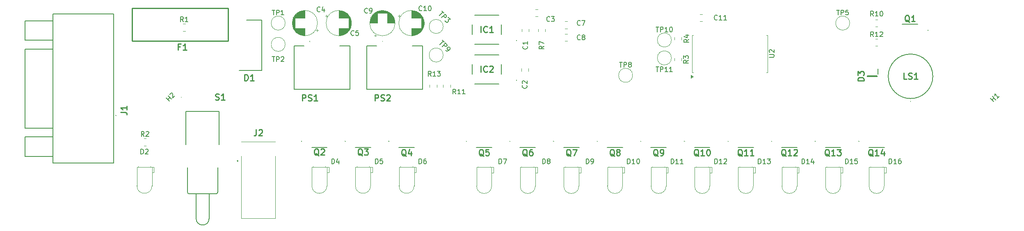
<source format=gbr>
%TF.GenerationSoftware,KiCad,Pcbnew,9.0.1*%
%TF.CreationDate,2025-06-17T16:13:15+02:00*%
%TF.ProjectId,open_g_db,6f70656e-5f67-45f6-9462-2e6b69636164,rev?*%
%TF.SameCoordinates,Original*%
%TF.FileFunction,Legend,Top*%
%TF.FilePolarity,Positive*%
%FSLAX46Y46*%
G04 Gerber Fmt 4.6, Leading zero omitted, Abs format (unit mm)*
G04 Created by KiCad (PCBNEW 9.0.1) date 2025-06-17 16:13:15*
%MOMM*%
%LPD*%
G01*
G04 APERTURE LIST*
%ADD10C,0.254000*%
%ADD11C,0.150000*%
%ADD12C,0.200000*%
%ADD13C,0.100000*%
%ADD14C,0.120000*%
G04 APERTURE END LIST*
D10*
X106457856Y-80074318D02*
X106457856Y-78804318D01*
X106457856Y-78804318D02*
X106941666Y-78804318D01*
X106941666Y-78804318D02*
X107062618Y-78864794D01*
X107062618Y-78864794D02*
X107123095Y-78925270D01*
X107123095Y-78925270D02*
X107183571Y-79046222D01*
X107183571Y-79046222D02*
X107183571Y-79227651D01*
X107183571Y-79227651D02*
X107123095Y-79348603D01*
X107123095Y-79348603D02*
X107062618Y-79409080D01*
X107062618Y-79409080D02*
X106941666Y-79469556D01*
X106941666Y-79469556D02*
X106457856Y-79469556D01*
X107667380Y-80013842D02*
X107848809Y-80074318D01*
X107848809Y-80074318D02*
X108151190Y-80074318D01*
X108151190Y-80074318D02*
X108272142Y-80013842D01*
X108272142Y-80013842D02*
X108332618Y-79953365D01*
X108332618Y-79953365D02*
X108393095Y-79832413D01*
X108393095Y-79832413D02*
X108393095Y-79711461D01*
X108393095Y-79711461D02*
X108332618Y-79590508D01*
X108332618Y-79590508D02*
X108272142Y-79530032D01*
X108272142Y-79530032D02*
X108151190Y-79469556D01*
X108151190Y-79469556D02*
X107909285Y-79409080D01*
X107909285Y-79409080D02*
X107788333Y-79348603D01*
X107788333Y-79348603D02*
X107727856Y-79288127D01*
X107727856Y-79288127D02*
X107667380Y-79167175D01*
X107667380Y-79167175D02*
X107667380Y-79046222D01*
X107667380Y-79046222D02*
X107727856Y-78925270D01*
X107727856Y-78925270D02*
X107788333Y-78864794D01*
X107788333Y-78864794D02*
X107909285Y-78804318D01*
X107909285Y-78804318D02*
X108211666Y-78804318D01*
X108211666Y-78804318D02*
X108393095Y-78864794D01*
X108876904Y-78925270D02*
X108937380Y-78864794D01*
X108937380Y-78864794D02*
X109058333Y-78804318D01*
X109058333Y-78804318D02*
X109360714Y-78804318D01*
X109360714Y-78804318D02*
X109481666Y-78864794D01*
X109481666Y-78864794D02*
X109542142Y-78925270D01*
X109542142Y-78925270D02*
X109602619Y-79046222D01*
X109602619Y-79046222D02*
X109602619Y-79167175D01*
X109602619Y-79167175D02*
X109542142Y-79348603D01*
X109542142Y-79348603D02*
X108816428Y-80074318D01*
X108816428Y-80074318D02*
X109602619Y-80074318D01*
D11*
X66933333Y-63704819D02*
X66600000Y-63228628D01*
X66361905Y-63704819D02*
X66361905Y-62704819D01*
X66361905Y-62704819D02*
X66742857Y-62704819D01*
X66742857Y-62704819D02*
X66838095Y-62752438D01*
X66838095Y-62752438D02*
X66885714Y-62800057D01*
X66885714Y-62800057D02*
X66933333Y-62895295D01*
X66933333Y-62895295D02*
X66933333Y-63038152D01*
X66933333Y-63038152D02*
X66885714Y-63133390D01*
X66885714Y-63133390D02*
X66838095Y-63181009D01*
X66838095Y-63181009D02*
X66742857Y-63228628D01*
X66742857Y-63228628D02*
X66361905Y-63228628D01*
X67885714Y-63704819D02*
X67314286Y-63704819D01*
X67600000Y-63704819D02*
X67600000Y-62704819D01*
X67600000Y-62704819D02*
X67504762Y-62847676D01*
X67504762Y-62847676D02*
X67409524Y-62942914D01*
X67409524Y-62942914D02*
X67314286Y-62990533D01*
X118057142Y-74954819D02*
X117723809Y-74478628D01*
X117485714Y-74954819D02*
X117485714Y-73954819D01*
X117485714Y-73954819D02*
X117866666Y-73954819D01*
X117866666Y-73954819D02*
X117961904Y-74002438D01*
X117961904Y-74002438D02*
X118009523Y-74050057D01*
X118009523Y-74050057D02*
X118057142Y-74145295D01*
X118057142Y-74145295D02*
X118057142Y-74288152D01*
X118057142Y-74288152D02*
X118009523Y-74383390D01*
X118009523Y-74383390D02*
X117961904Y-74431009D01*
X117961904Y-74431009D02*
X117866666Y-74478628D01*
X117866666Y-74478628D02*
X117485714Y-74478628D01*
X119009523Y-74954819D02*
X118438095Y-74954819D01*
X118723809Y-74954819D02*
X118723809Y-73954819D01*
X118723809Y-73954819D02*
X118628571Y-74097676D01*
X118628571Y-74097676D02*
X118533333Y-74192914D01*
X118533333Y-74192914D02*
X118438095Y-74240533D01*
X119342857Y-73954819D02*
X119961904Y-73954819D01*
X119961904Y-73954819D02*
X119628571Y-74335771D01*
X119628571Y-74335771D02*
X119771428Y-74335771D01*
X119771428Y-74335771D02*
X119866666Y-74383390D01*
X119866666Y-74383390D02*
X119914285Y-74431009D01*
X119914285Y-74431009D02*
X119961904Y-74526247D01*
X119961904Y-74526247D02*
X119961904Y-74764342D01*
X119961904Y-74764342D02*
X119914285Y-74859580D01*
X119914285Y-74859580D02*
X119866666Y-74907200D01*
X119866666Y-74907200D02*
X119771428Y-74954819D01*
X119771428Y-74954819D02*
X119485714Y-74954819D01*
X119485714Y-74954819D02*
X119390476Y-74907200D01*
X119390476Y-74907200D02*
X119342857Y-74859580D01*
X209357142Y-62554819D02*
X209023809Y-62078628D01*
X208785714Y-62554819D02*
X208785714Y-61554819D01*
X208785714Y-61554819D02*
X209166666Y-61554819D01*
X209166666Y-61554819D02*
X209261904Y-61602438D01*
X209261904Y-61602438D02*
X209309523Y-61650057D01*
X209309523Y-61650057D02*
X209357142Y-61745295D01*
X209357142Y-61745295D02*
X209357142Y-61888152D01*
X209357142Y-61888152D02*
X209309523Y-61983390D01*
X209309523Y-61983390D02*
X209261904Y-62031009D01*
X209261904Y-62031009D02*
X209166666Y-62078628D01*
X209166666Y-62078628D02*
X208785714Y-62078628D01*
X210309523Y-62554819D02*
X209738095Y-62554819D01*
X210023809Y-62554819D02*
X210023809Y-61554819D01*
X210023809Y-61554819D02*
X209928571Y-61697676D01*
X209928571Y-61697676D02*
X209833333Y-61792914D01*
X209833333Y-61792914D02*
X209738095Y-61840533D01*
X210928571Y-61554819D02*
X211023809Y-61554819D01*
X211023809Y-61554819D02*
X211119047Y-61602438D01*
X211119047Y-61602438D02*
X211166666Y-61650057D01*
X211166666Y-61650057D02*
X211214285Y-61745295D01*
X211214285Y-61745295D02*
X211261904Y-61935771D01*
X211261904Y-61935771D02*
X211261904Y-62173866D01*
X211261904Y-62173866D02*
X211214285Y-62364342D01*
X211214285Y-62364342D02*
X211166666Y-62459580D01*
X211166666Y-62459580D02*
X211119047Y-62507200D01*
X211119047Y-62507200D02*
X211023809Y-62554819D01*
X211023809Y-62554819D02*
X210928571Y-62554819D01*
X210928571Y-62554819D02*
X210833333Y-62507200D01*
X210833333Y-62507200D02*
X210785714Y-62459580D01*
X210785714Y-62459580D02*
X210738095Y-62364342D01*
X210738095Y-62364342D02*
X210690476Y-62173866D01*
X210690476Y-62173866D02*
X210690476Y-61935771D01*
X210690476Y-61935771D02*
X210738095Y-61745295D01*
X210738095Y-61745295D02*
X210785714Y-61650057D01*
X210785714Y-61650057D02*
X210833333Y-61602438D01*
X210833333Y-61602438D02*
X210928571Y-61554819D01*
X58833333Y-87404819D02*
X58500000Y-86928628D01*
X58261905Y-87404819D02*
X58261905Y-86404819D01*
X58261905Y-86404819D02*
X58642857Y-86404819D01*
X58642857Y-86404819D02*
X58738095Y-86452438D01*
X58738095Y-86452438D02*
X58785714Y-86500057D01*
X58785714Y-86500057D02*
X58833333Y-86595295D01*
X58833333Y-86595295D02*
X58833333Y-86738152D01*
X58833333Y-86738152D02*
X58785714Y-86833390D01*
X58785714Y-86833390D02*
X58738095Y-86881009D01*
X58738095Y-86881009D02*
X58642857Y-86928628D01*
X58642857Y-86928628D02*
X58261905Y-86928628D01*
X59214286Y-86500057D02*
X59261905Y-86452438D01*
X59261905Y-86452438D02*
X59357143Y-86404819D01*
X59357143Y-86404819D02*
X59595238Y-86404819D01*
X59595238Y-86404819D02*
X59690476Y-86452438D01*
X59690476Y-86452438D02*
X59738095Y-86500057D01*
X59738095Y-86500057D02*
X59785714Y-86595295D01*
X59785714Y-86595295D02*
X59785714Y-86690533D01*
X59785714Y-86690533D02*
X59738095Y-86833390D01*
X59738095Y-86833390D02*
X59166667Y-87404819D01*
X59166667Y-87404819D02*
X59785714Y-87404819D01*
X171154819Y-71666666D02*
X170678628Y-71999999D01*
X171154819Y-72238094D02*
X170154819Y-72238094D01*
X170154819Y-72238094D02*
X170154819Y-71857142D01*
X170154819Y-71857142D02*
X170202438Y-71761904D01*
X170202438Y-71761904D02*
X170250057Y-71714285D01*
X170250057Y-71714285D02*
X170345295Y-71666666D01*
X170345295Y-71666666D02*
X170488152Y-71666666D01*
X170488152Y-71666666D02*
X170583390Y-71714285D01*
X170583390Y-71714285D02*
X170631009Y-71761904D01*
X170631009Y-71761904D02*
X170678628Y-71857142D01*
X170678628Y-71857142D02*
X170678628Y-72238094D01*
X170154819Y-71333332D02*
X170154819Y-70714285D01*
X170154819Y-70714285D02*
X170535771Y-71047618D01*
X170535771Y-71047618D02*
X170535771Y-70904761D01*
X170535771Y-70904761D02*
X170583390Y-70809523D01*
X170583390Y-70809523D02*
X170631009Y-70761904D01*
X170631009Y-70761904D02*
X170726247Y-70714285D01*
X170726247Y-70714285D02*
X170964342Y-70714285D01*
X170964342Y-70714285D02*
X171059580Y-70761904D01*
X171059580Y-70761904D02*
X171107200Y-70809523D01*
X171107200Y-70809523D02*
X171154819Y-70904761D01*
X171154819Y-70904761D02*
X171154819Y-71190475D01*
X171154819Y-71190475D02*
X171107200Y-71285713D01*
X171107200Y-71285713D02*
X171059580Y-71333332D01*
X141354819Y-68766666D02*
X140878628Y-69099999D01*
X141354819Y-69338094D02*
X140354819Y-69338094D01*
X140354819Y-69338094D02*
X140354819Y-68957142D01*
X140354819Y-68957142D02*
X140402438Y-68861904D01*
X140402438Y-68861904D02*
X140450057Y-68814285D01*
X140450057Y-68814285D02*
X140545295Y-68766666D01*
X140545295Y-68766666D02*
X140688152Y-68766666D01*
X140688152Y-68766666D02*
X140783390Y-68814285D01*
X140783390Y-68814285D02*
X140831009Y-68861904D01*
X140831009Y-68861904D02*
X140878628Y-68957142D01*
X140878628Y-68957142D02*
X140878628Y-69338094D01*
X140354819Y-68433332D02*
X140354819Y-67766666D01*
X140354819Y-67766666D02*
X141354819Y-68195237D01*
X123157142Y-78654819D02*
X122823809Y-78178628D01*
X122585714Y-78654819D02*
X122585714Y-77654819D01*
X122585714Y-77654819D02*
X122966666Y-77654819D01*
X122966666Y-77654819D02*
X123061904Y-77702438D01*
X123061904Y-77702438D02*
X123109523Y-77750057D01*
X123109523Y-77750057D02*
X123157142Y-77845295D01*
X123157142Y-77845295D02*
X123157142Y-77988152D01*
X123157142Y-77988152D02*
X123109523Y-78083390D01*
X123109523Y-78083390D02*
X123061904Y-78131009D01*
X123061904Y-78131009D02*
X122966666Y-78178628D01*
X122966666Y-78178628D02*
X122585714Y-78178628D01*
X124109523Y-78654819D02*
X123538095Y-78654819D01*
X123823809Y-78654819D02*
X123823809Y-77654819D01*
X123823809Y-77654819D02*
X123728571Y-77797676D01*
X123728571Y-77797676D02*
X123633333Y-77892914D01*
X123633333Y-77892914D02*
X123538095Y-77940533D01*
X125061904Y-78654819D02*
X124490476Y-78654819D01*
X124776190Y-78654819D02*
X124776190Y-77654819D01*
X124776190Y-77654819D02*
X124680952Y-77797676D01*
X124680952Y-77797676D02*
X124585714Y-77892914D01*
X124585714Y-77892914D02*
X124490476Y-77940533D01*
X171254819Y-67366666D02*
X170778628Y-67699999D01*
X171254819Y-67938094D02*
X170254819Y-67938094D01*
X170254819Y-67938094D02*
X170254819Y-67557142D01*
X170254819Y-67557142D02*
X170302438Y-67461904D01*
X170302438Y-67461904D02*
X170350057Y-67414285D01*
X170350057Y-67414285D02*
X170445295Y-67366666D01*
X170445295Y-67366666D02*
X170588152Y-67366666D01*
X170588152Y-67366666D02*
X170683390Y-67414285D01*
X170683390Y-67414285D02*
X170731009Y-67461904D01*
X170731009Y-67461904D02*
X170778628Y-67557142D01*
X170778628Y-67557142D02*
X170778628Y-67938094D01*
X170588152Y-66509523D02*
X171254819Y-66509523D01*
X170207200Y-66747618D02*
X170921485Y-66985713D01*
X170921485Y-66985713D02*
X170921485Y-66366666D01*
X209357142Y-66804819D02*
X209023809Y-66328628D01*
X208785714Y-66804819D02*
X208785714Y-65804819D01*
X208785714Y-65804819D02*
X209166666Y-65804819D01*
X209166666Y-65804819D02*
X209261904Y-65852438D01*
X209261904Y-65852438D02*
X209309523Y-65900057D01*
X209309523Y-65900057D02*
X209357142Y-65995295D01*
X209357142Y-65995295D02*
X209357142Y-66138152D01*
X209357142Y-66138152D02*
X209309523Y-66233390D01*
X209309523Y-66233390D02*
X209261904Y-66281009D01*
X209261904Y-66281009D02*
X209166666Y-66328628D01*
X209166666Y-66328628D02*
X208785714Y-66328628D01*
X210309523Y-66804819D02*
X209738095Y-66804819D01*
X210023809Y-66804819D02*
X210023809Y-65804819D01*
X210023809Y-65804819D02*
X209928571Y-65947676D01*
X209928571Y-65947676D02*
X209833333Y-66042914D01*
X209833333Y-66042914D02*
X209738095Y-66090533D01*
X210690476Y-65900057D02*
X210738095Y-65852438D01*
X210738095Y-65852438D02*
X210833333Y-65804819D01*
X210833333Y-65804819D02*
X211071428Y-65804819D01*
X211071428Y-65804819D02*
X211166666Y-65852438D01*
X211166666Y-65852438D02*
X211214285Y-65900057D01*
X211214285Y-65900057D02*
X211261904Y-65995295D01*
X211261904Y-65995295D02*
X211261904Y-66090533D01*
X211261904Y-66090533D02*
X211214285Y-66233390D01*
X211214285Y-66233390D02*
X210642857Y-66804819D01*
X210642857Y-66804819D02*
X211261904Y-66804819D01*
D10*
X91457856Y-80074318D02*
X91457856Y-78804318D01*
X91457856Y-78804318D02*
X91941666Y-78804318D01*
X91941666Y-78804318D02*
X92062618Y-78864794D01*
X92062618Y-78864794D02*
X92123095Y-78925270D01*
X92123095Y-78925270D02*
X92183571Y-79046222D01*
X92183571Y-79046222D02*
X92183571Y-79227651D01*
X92183571Y-79227651D02*
X92123095Y-79348603D01*
X92123095Y-79348603D02*
X92062618Y-79409080D01*
X92062618Y-79409080D02*
X91941666Y-79469556D01*
X91941666Y-79469556D02*
X91457856Y-79469556D01*
X92667380Y-80013842D02*
X92848809Y-80074318D01*
X92848809Y-80074318D02*
X93151190Y-80074318D01*
X93151190Y-80074318D02*
X93272142Y-80013842D01*
X93272142Y-80013842D02*
X93332618Y-79953365D01*
X93332618Y-79953365D02*
X93393095Y-79832413D01*
X93393095Y-79832413D02*
X93393095Y-79711461D01*
X93393095Y-79711461D02*
X93332618Y-79590508D01*
X93332618Y-79590508D02*
X93272142Y-79530032D01*
X93272142Y-79530032D02*
X93151190Y-79469556D01*
X93151190Y-79469556D02*
X92909285Y-79409080D01*
X92909285Y-79409080D02*
X92788333Y-79348603D01*
X92788333Y-79348603D02*
X92727856Y-79288127D01*
X92727856Y-79288127D02*
X92667380Y-79167175D01*
X92667380Y-79167175D02*
X92667380Y-79046222D01*
X92667380Y-79046222D02*
X92727856Y-78925270D01*
X92727856Y-78925270D02*
X92788333Y-78864794D01*
X92788333Y-78864794D02*
X92909285Y-78804318D01*
X92909285Y-78804318D02*
X93211666Y-78804318D01*
X93211666Y-78804318D02*
X93393095Y-78864794D01*
X94602619Y-80074318D02*
X93876904Y-80074318D01*
X94239761Y-80074318D02*
X94239761Y-78804318D01*
X94239761Y-78804318D02*
X94118809Y-78985746D01*
X94118809Y-78985746D02*
X93997857Y-79106699D01*
X93997857Y-79106699D02*
X93876904Y-79167175D01*
X54004318Y-82423332D02*
X54911461Y-82423332D01*
X54911461Y-82423332D02*
X55092889Y-82483809D01*
X55092889Y-82483809D02*
X55213842Y-82604761D01*
X55213842Y-82604761D02*
X55274318Y-82786190D01*
X55274318Y-82786190D02*
X55274318Y-82907142D01*
X55274318Y-81153332D02*
X55274318Y-81879047D01*
X55274318Y-81516190D02*
X54004318Y-81516190D01*
X54004318Y-81516190D02*
X54185746Y-81637142D01*
X54185746Y-81637142D02*
X54306699Y-81758094D01*
X54306699Y-81758094D02*
X54367175Y-81879047D01*
D11*
X95133333Y-61559580D02*
X95085714Y-61607200D01*
X95085714Y-61607200D02*
X94942857Y-61654819D01*
X94942857Y-61654819D02*
X94847619Y-61654819D01*
X94847619Y-61654819D02*
X94704762Y-61607200D01*
X94704762Y-61607200D02*
X94609524Y-61511961D01*
X94609524Y-61511961D02*
X94561905Y-61416723D01*
X94561905Y-61416723D02*
X94514286Y-61226247D01*
X94514286Y-61226247D02*
X94514286Y-61083390D01*
X94514286Y-61083390D02*
X94561905Y-60892914D01*
X94561905Y-60892914D02*
X94609524Y-60797676D01*
X94609524Y-60797676D02*
X94704762Y-60702438D01*
X94704762Y-60702438D02*
X94847619Y-60654819D01*
X94847619Y-60654819D02*
X94942857Y-60654819D01*
X94942857Y-60654819D02*
X95085714Y-60702438D01*
X95085714Y-60702438D02*
X95133333Y-60750057D01*
X95990476Y-60988152D02*
X95990476Y-61654819D01*
X95752381Y-60607200D02*
X95514286Y-61321485D01*
X95514286Y-61321485D02*
X96133333Y-61321485D01*
X116157142Y-61359580D02*
X116109523Y-61407200D01*
X116109523Y-61407200D02*
X115966666Y-61454819D01*
X115966666Y-61454819D02*
X115871428Y-61454819D01*
X115871428Y-61454819D02*
X115728571Y-61407200D01*
X115728571Y-61407200D02*
X115633333Y-61311961D01*
X115633333Y-61311961D02*
X115585714Y-61216723D01*
X115585714Y-61216723D02*
X115538095Y-61026247D01*
X115538095Y-61026247D02*
X115538095Y-60883390D01*
X115538095Y-60883390D02*
X115585714Y-60692914D01*
X115585714Y-60692914D02*
X115633333Y-60597676D01*
X115633333Y-60597676D02*
X115728571Y-60502438D01*
X115728571Y-60502438D02*
X115871428Y-60454819D01*
X115871428Y-60454819D02*
X115966666Y-60454819D01*
X115966666Y-60454819D02*
X116109523Y-60502438D01*
X116109523Y-60502438D02*
X116157142Y-60550057D01*
X117109523Y-61454819D02*
X116538095Y-61454819D01*
X116823809Y-61454819D02*
X116823809Y-60454819D01*
X116823809Y-60454819D02*
X116728571Y-60597676D01*
X116728571Y-60597676D02*
X116633333Y-60692914D01*
X116633333Y-60692914D02*
X116538095Y-60740533D01*
X117728571Y-60454819D02*
X117823809Y-60454819D01*
X117823809Y-60454819D02*
X117919047Y-60502438D01*
X117919047Y-60502438D02*
X117966666Y-60550057D01*
X117966666Y-60550057D02*
X118014285Y-60645295D01*
X118014285Y-60645295D02*
X118061904Y-60835771D01*
X118061904Y-60835771D02*
X118061904Y-61073866D01*
X118061904Y-61073866D02*
X118014285Y-61264342D01*
X118014285Y-61264342D02*
X117966666Y-61359580D01*
X117966666Y-61359580D02*
X117919047Y-61407200D01*
X117919047Y-61407200D02*
X117823809Y-61454819D01*
X117823809Y-61454819D02*
X117728571Y-61454819D01*
X117728571Y-61454819D02*
X117633333Y-61407200D01*
X117633333Y-61407200D02*
X117585714Y-61359580D01*
X117585714Y-61359580D02*
X117538095Y-61264342D01*
X117538095Y-61264342D02*
X117490476Y-61073866D01*
X117490476Y-61073866D02*
X117490476Y-60835771D01*
X117490476Y-60835771D02*
X117538095Y-60645295D01*
X117538095Y-60645295D02*
X117585714Y-60550057D01*
X117585714Y-60550057D02*
X117633333Y-60502438D01*
X117633333Y-60502438D02*
X117728571Y-60454819D01*
X102133333Y-66459580D02*
X102085714Y-66507200D01*
X102085714Y-66507200D02*
X101942857Y-66554819D01*
X101942857Y-66554819D02*
X101847619Y-66554819D01*
X101847619Y-66554819D02*
X101704762Y-66507200D01*
X101704762Y-66507200D02*
X101609524Y-66411961D01*
X101609524Y-66411961D02*
X101561905Y-66316723D01*
X101561905Y-66316723D02*
X101514286Y-66126247D01*
X101514286Y-66126247D02*
X101514286Y-65983390D01*
X101514286Y-65983390D02*
X101561905Y-65792914D01*
X101561905Y-65792914D02*
X101609524Y-65697676D01*
X101609524Y-65697676D02*
X101704762Y-65602438D01*
X101704762Y-65602438D02*
X101847619Y-65554819D01*
X101847619Y-65554819D02*
X101942857Y-65554819D01*
X101942857Y-65554819D02*
X102085714Y-65602438D01*
X102085714Y-65602438D02*
X102133333Y-65650057D01*
X103038095Y-65554819D02*
X102561905Y-65554819D01*
X102561905Y-65554819D02*
X102514286Y-66031009D01*
X102514286Y-66031009D02*
X102561905Y-65983390D01*
X102561905Y-65983390D02*
X102657143Y-65935771D01*
X102657143Y-65935771D02*
X102895238Y-65935771D01*
X102895238Y-65935771D02*
X102990476Y-65983390D01*
X102990476Y-65983390D02*
X103038095Y-66031009D01*
X103038095Y-66031009D02*
X103085714Y-66126247D01*
X103085714Y-66126247D02*
X103085714Y-66364342D01*
X103085714Y-66364342D02*
X103038095Y-66459580D01*
X103038095Y-66459580D02*
X102990476Y-66507200D01*
X102990476Y-66507200D02*
X102895238Y-66554819D01*
X102895238Y-66554819D02*
X102657143Y-66554819D01*
X102657143Y-66554819D02*
X102561905Y-66507200D01*
X102561905Y-66507200D02*
X102514286Y-66459580D01*
X104933333Y-61839580D02*
X104885714Y-61887200D01*
X104885714Y-61887200D02*
X104742857Y-61934819D01*
X104742857Y-61934819D02*
X104647619Y-61934819D01*
X104647619Y-61934819D02*
X104504762Y-61887200D01*
X104504762Y-61887200D02*
X104409524Y-61791961D01*
X104409524Y-61791961D02*
X104361905Y-61696723D01*
X104361905Y-61696723D02*
X104314286Y-61506247D01*
X104314286Y-61506247D02*
X104314286Y-61363390D01*
X104314286Y-61363390D02*
X104361905Y-61172914D01*
X104361905Y-61172914D02*
X104409524Y-61077676D01*
X104409524Y-61077676D02*
X104504762Y-60982438D01*
X104504762Y-60982438D02*
X104647619Y-60934819D01*
X104647619Y-60934819D02*
X104742857Y-60934819D01*
X104742857Y-60934819D02*
X104885714Y-60982438D01*
X104885714Y-60982438D02*
X104933333Y-61030057D01*
X105409524Y-61934819D02*
X105600000Y-61934819D01*
X105600000Y-61934819D02*
X105695238Y-61887200D01*
X105695238Y-61887200D02*
X105742857Y-61839580D01*
X105742857Y-61839580D02*
X105838095Y-61696723D01*
X105838095Y-61696723D02*
X105885714Y-61506247D01*
X105885714Y-61506247D02*
X105885714Y-61125295D01*
X105885714Y-61125295D02*
X105838095Y-61030057D01*
X105838095Y-61030057D02*
X105790476Y-60982438D01*
X105790476Y-60982438D02*
X105695238Y-60934819D01*
X105695238Y-60934819D02*
X105504762Y-60934819D01*
X105504762Y-60934819D02*
X105409524Y-60982438D01*
X105409524Y-60982438D02*
X105361905Y-61030057D01*
X105361905Y-61030057D02*
X105314286Y-61125295D01*
X105314286Y-61125295D02*
X105314286Y-61363390D01*
X105314286Y-61363390D02*
X105361905Y-61458628D01*
X105361905Y-61458628D02*
X105409524Y-61506247D01*
X105409524Y-61506247D02*
X105504762Y-61553866D01*
X105504762Y-61553866D02*
X105695238Y-61553866D01*
X105695238Y-61553866D02*
X105790476Y-61506247D01*
X105790476Y-61506247D02*
X105838095Y-61458628D01*
X105838095Y-61458628D02*
X105885714Y-61363390D01*
X185585714Y-93054819D02*
X185585714Y-92054819D01*
X185585714Y-92054819D02*
X185823809Y-92054819D01*
X185823809Y-92054819D02*
X185966666Y-92102438D01*
X185966666Y-92102438D02*
X186061904Y-92197676D01*
X186061904Y-92197676D02*
X186109523Y-92292914D01*
X186109523Y-92292914D02*
X186157142Y-92483390D01*
X186157142Y-92483390D02*
X186157142Y-92626247D01*
X186157142Y-92626247D02*
X186109523Y-92816723D01*
X186109523Y-92816723D02*
X186061904Y-92911961D01*
X186061904Y-92911961D02*
X185966666Y-93007200D01*
X185966666Y-93007200D02*
X185823809Y-93054819D01*
X185823809Y-93054819D02*
X185585714Y-93054819D01*
X187109523Y-93054819D02*
X186538095Y-93054819D01*
X186823809Y-93054819D02*
X186823809Y-92054819D01*
X186823809Y-92054819D02*
X186728571Y-92197676D01*
X186728571Y-92197676D02*
X186633333Y-92292914D01*
X186633333Y-92292914D02*
X186538095Y-92340533D01*
X187442857Y-92054819D02*
X188061904Y-92054819D01*
X188061904Y-92054819D02*
X187728571Y-92435771D01*
X187728571Y-92435771D02*
X187871428Y-92435771D01*
X187871428Y-92435771D02*
X187966666Y-92483390D01*
X187966666Y-92483390D02*
X188014285Y-92531009D01*
X188014285Y-92531009D02*
X188061904Y-92626247D01*
X188061904Y-92626247D02*
X188061904Y-92864342D01*
X188061904Y-92864342D02*
X188014285Y-92959580D01*
X188014285Y-92959580D02*
X187966666Y-93007200D01*
X187966666Y-93007200D02*
X187871428Y-93054819D01*
X187871428Y-93054819D02*
X187585714Y-93054819D01*
X187585714Y-93054819D02*
X187490476Y-93007200D01*
X187490476Y-93007200D02*
X187442857Y-92959580D01*
X148833333Y-67359580D02*
X148785714Y-67407200D01*
X148785714Y-67407200D02*
X148642857Y-67454819D01*
X148642857Y-67454819D02*
X148547619Y-67454819D01*
X148547619Y-67454819D02*
X148404762Y-67407200D01*
X148404762Y-67407200D02*
X148309524Y-67311961D01*
X148309524Y-67311961D02*
X148261905Y-67216723D01*
X148261905Y-67216723D02*
X148214286Y-67026247D01*
X148214286Y-67026247D02*
X148214286Y-66883390D01*
X148214286Y-66883390D02*
X148261905Y-66692914D01*
X148261905Y-66692914D02*
X148309524Y-66597676D01*
X148309524Y-66597676D02*
X148404762Y-66502438D01*
X148404762Y-66502438D02*
X148547619Y-66454819D01*
X148547619Y-66454819D02*
X148642857Y-66454819D01*
X148642857Y-66454819D02*
X148785714Y-66502438D01*
X148785714Y-66502438D02*
X148833333Y-66550057D01*
X149404762Y-66883390D02*
X149309524Y-66835771D01*
X149309524Y-66835771D02*
X149261905Y-66788152D01*
X149261905Y-66788152D02*
X149214286Y-66692914D01*
X149214286Y-66692914D02*
X149214286Y-66645295D01*
X149214286Y-66645295D02*
X149261905Y-66550057D01*
X149261905Y-66550057D02*
X149309524Y-66502438D01*
X149309524Y-66502438D02*
X149404762Y-66454819D01*
X149404762Y-66454819D02*
X149595238Y-66454819D01*
X149595238Y-66454819D02*
X149690476Y-66502438D01*
X149690476Y-66502438D02*
X149738095Y-66550057D01*
X149738095Y-66550057D02*
X149785714Y-66645295D01*
X149785714Y-66645295D02*
X149785714Y-66692914D01*
X149785714Y-66692914D02*
X149738095Y-66788152D01*
X149738095Y-66788152D02*
X149690476Y-66835771D01*
X149690476Y-66835771D02*
X149595238Y-66883390D01*
X149595238Y-66883390D02*
X149404762Y-66883390D01*
X149404762Y-66883390D02*
X149309524Y-66931009D01*
X149309524Y-66931009D02*
X149261905Y-66978628D01*
X149261905Y-66978628D02*
X149214286Y-67073866D01*
X149214286Y-67073866D02*
X149214286Y-67264342D01*
X149214286Y-67264342D02*
X149261905Y-67359580D01*
X149261905Y-67359580D02*
X149309524Y-67407200D01*
X149309524Y-67407200D02*
X149404762Y-67454819D01*
X149404762Y-67454819D02*
X149595238Y-67454819D01*
X149595238Y-67454819D02*
X149690476Y-67407200D01*
X149690476Y-67407200D02*
X149738095Y-67359580D01*
X149738095Y-67359580D02*
X149785714Y-67264342D01*
X149785714Y-67264342D02*
X149785714Y-67073866D01*
X149785714Y-67073866D02*
X149738095Y-66978628D01*
X149738095Y-66978628D02*
X149690476Y-66931009D01*
X149690476Y-66931009D02*
X149595238Y-66883390D01*
X167585714Y-93054819D02*
X167585714Y-92054819D01*
X167585714Y-92054819D02*
X167823809Y-92054819D01*
X167823809Y-92054819D02*
X167966666Y-92102438D01*
X167966666Y-92102438D02*
X168061904Y-92197676D01*
X168061904Y-92197676D02*
X168109523Y-92292914D01*
X168109523Y-92292914D02*
X168157142Y-92483390D01*
X168157142Y-92483390D02*
X168157142Y-92626247D01*
X168157142Y-92626247D02*
X168109523Y-92816723D01*
X168109523Y-92816723D02*
X168061904Y-92911961D01*
X168061904Y-92911961D02*
X167966666Y-93007200D01*
X167966666Y-93007200D02*
X167823809Y-93054819D01*
X167823809Y-93054819D02*
X167585714Y-93054819D01*
X169109523Y-93054819D02*
X168538095Y-93054819D01*
X168823809Y-93054819D02*
X168823809Y-92054819D01*
X168823809Y-92054819D02*
X168728571Y-92197676D01*
X168728571Y-92197676D02*
X168633333Y-92292914D01*
X168633333Y-92292914D02*
X168538095Y-92340533D01*
X170061904Y-93054819D02*
X169490476Y-93054819D01*
X169776190Y-93054819D02*
X169776190Y-92054819D01*
X169776190Y-92054819D02*
X169680952Y-92197676D01*
X169680952Y-92197676D02*
X169585714Y-92292914D01*
X169585714Y-92292914D02*
X169490476Y-92340533D01*
D10*
X112879047Y-91495270D02*
X112758095Y-91434794D01*
X112758095Y-91434794D02*
X112637142Y-91313842D01*
X112637142Y-91313842D02*
X112455714Y-91132413D01*
X112455714Y-91132413D02*
X112334761Y-91071937D01*
X112334761Y-91071937D02*
X112213809Y-91071937D01*
X112274285Y-91374318D02*
X112153333Y-91313842D01*
X112153333Y-91313842D02*
X112032380Y-91192889D01*
X112032380Y-91192889D02*
X111971904Y-90950984D01*
X111971904Y-90950984D02*
X111971904Y-90527651D01*
X111971904Y-90527651D02*
X112032380Y-90285746D01*
X112032380Y-90285746D02*
X112153333Y-90164794D01*
X112153333Y-90164794D02*
X112274285Y-90104318D01*
X112274285Y-90104318D02*
X112516190Y-90104318D01*
X112516190Y-90104318D02*
X112637142Y-90164794D01*
X112637142Y-90164794D02*
X112758095Y-90285746D01*
X112758095Y-90285746D02*
X112818571Y-90527651D01*
X112818571Y-90527651D02*
X112818571Y-90950984D01*
X112818571Y-90950984D02*
X112758095Y-91192889D01*
X112758095Y-91192889D02*
X112637142Y-91313842D01*
X112637142Y-91313842D02*
X112516190Y-91374318D01*
X112516190Y-91374318D02*
X112274285Y-91374318D01*
X113907142Y-90527651D02*
X113907142Y-91374318D01*
X113604761Y-90043842D02*
X113302380Y-90950984D01*
X113302380Y-90950984D02*
X114088571Y-90950984D01*
D11*
X177119642Y-63259580D02*
X177072023Y-63307200D01*
X177072023Y-63307200D02*
X176929166Y-63354819D01*
X176929166Y-63354819D02*
X176833928Y-63354819D01*
X176833928Y-63354819D02*
X176691071Y-63307200D01*
X176691071Y-63307200D02*
X176595833Y-63211961D01*
X176595833Y-63211961D02*
X176548214Y-63116723D01*
X176548214Y-63116723D02*
X176500595Y-62926247D01*
X176500595Y-62926247D02*
X176500595Y-62783390D01*
X176500595Y-62783390D02*
X176548214Y-62592914D01*
X176548214Y-62592914D02*
X176595833Y-62497676D01*
X176595833Y-62497676D02*
X176691071Y-62402438D01*
X176691071Y-62402438D02*
X176833928Y-62354819D01*
X176833928Y-62354819D02*
X176929166Y-62354819D01*
X176929166Y-62354819D02*
X177072023Y-62402438D01*
X177072023Y-62402438D02*
X177119642Y-62450057D01*
X178072023Y-63354819D02*
X177500595Y-63354819D01*
X177786309Y-63354819D02*
X177786309Y-62354819D01*
X177786309Y-62354819D02*
X177691071Y-62497676D01*
X177691071Y-62497676D02*
X177595833Y-62592914D01*
X177595833Y-62592914D02*
X177500595Y-62640533D01*
X179024404Y-63354819D02*
X178452976Y-63354819D01*
X178738690Y-63354819D02*
X178738690Y-62354819D01*
X178738690Y-62354819D02*
X178643452Y-62497676D01*
X178643452Y-62497676D02*
X178548214Y-62592914D01*
X178548214Y-62592914D02*
X178452976Y-62640533D01*
X212585714Y-93054819D02*
X212585714Y-92054819D01*
X212585714Y-92054819D02*
X212823809Y-92054819D01*
X212823809Y-92054819D02*
X212966666Y-92102438D01*
X212966666Y-92102438D02*
X213061904Y-92197676D01*
X213061904Y-92197676D02*
X213109523Y-92292914D01*
X213109523Y-92292914D02*
X213157142Y-92483390D01*
X213157142Y-92483390D02*
X213157142Y-92626247D01*
X213157142Y-92626247D02*
X213109523Y-92816723D01*
X213109523Y-92816723D02*
X213061904Y-92911961D01*
X213061904Y-92911961D02*
X212966666Y-93007200D01*
X212966666Y-93007200D02*
X212823809Y-93054819D01*
X212823809Y-93054819D02*
X212585714Y-93054819D01*
X214109523Y-93054819D02*
X213538095Y-93054819D01*
X213823809Y-93054819D02*
X213823809Y-92054819D01*
X213823809Y-92054819D02*
X213728571Y-92197676D01*
X213728571Y-92197676D02*
X213633333Y-92292914D01*
X213633333Y-92292914D02*
X213538095Y-92340533D01*
X214966666Y-92054819D02*
X214776190Y-92054819D01*
X214776190Y-92054819D02*
X214680952Y-92102438D01*
X214680952Y-92102438D02*
X214633333Y-92150057D01*
X214633333Y-92150057D02*
X214538095Y-92292914D01*
X214538095Y-92292914D02*
X214490476Y-92483390D01*
X214490476Y-92483390D02*
X214490476Y-92864342D01*
X214490476Y-92864342D02*
X214538095Y-92959580D01*
X214538095Y-92959580D02*
X214585714Y-93007200D01*
X214585714Y-93007200D02*
X214680952Y-93054819D01*
X214680952Y-93054819D02*
X214871428Y-93054819D01*
X214871428Y-93054819D02*
X214966666Y-93007200D01*
X214966666Y-93007200D02*
X215014285Y-92959580D01*
X215014285Y-92959580D02*
X215061904Y-92864342D01*
X215061904Y-92864342D02*
X215061904Y-92626247D01*
X215061904Y-92626247D02*
X215014285Y-92531009D01*
X215014285Y-92531009D02*
X214966666Y-92483390D01*
X214966666Y-92483390D02*
X214871428Y-92435771D01*
X214871428Y-92435771D02*
X214680952Y-92435771D01*
X214680952Y-92435771D02*
X214585714Y-92483390D01*
X214585714Y-92483390D02*
X214538095Y-92531009D01*
X214538095Y-92531009D02*
X214490476Y-92626247D01*
D10*
X103879047Y-91395270D02*
X103758095Y-91334794D01*
X103758095Y-91334794D02*
X103637142Y-91213842D01*
X103637142Y-91213842D02*
X103455714Y-91032413D01*
X103455714Y-91032413D02*
X103334761Y-90971937D01*
X103334761Y-90971937D02*
X103213809Y-90971937D01*
X103274285Y-91274318D02*
X103153333Y-91213842D01*
X103153333Y-91213842D02*
X103032380Y-91092889D01*
X103032380Y-91092889D02*
X102971904Y-90850984D01*
X102971904Y-90850984D02*
X102971904Y-90427651D01*
X102971904Y-90427651D02*
X103032380Y-90185746D01*
X103032380Y-90185746D02*
X103153333Y-90064794D01*
X103153333Y-90064794D02*
X103274285Y-90004318D01*
X103274285Y-90004318D02*
X103516190Y-90004318D01*
X103516190Y-90004318D02*
X103637142Y-90064794D01*
X103637142Y-90064794D02*
X103758095Y-90185746D01*
X103758095Y-90185746D02*
X103818571Y-90427651D01*
X103818571Y-90427651D02*
X103818571Y-90850984D01*
X103818571Y-90850984D02*
X103758095Y-91092889D01*
X103758095Y-91092889D02*
X103637142Y-91213842D01*
X103637142Y-91213842D02*
X103516190Y-91274318D01*
X103516190Y-91274318D02*
X103274285Y-91274318D01*
X104241904Y-90004318D02*
X105028095Y-90004318D01*
X105028095Y-90004318D02*
X104604761Y-90488127D01*
X104604761Y-90488127D02*
X104786190Y-90488127D01*
X104786190Y-90488127D02*
X104907142Y-90548603D01*
X104907142Y-90548603D02*
X104967618Y-90609080D01*
X104967618Y-90609080D02*
X105028095Y-90730032D01*
X105028095Y-90730032D02*
X105028095Y-91032413D01*
X105028095Y-91032413D02*
X104967618Y-91153365D01*
X104967618Y-91153365D02*
X104907142Y-91213842D01*
X104907142Y-91213842D02*
X104786190Y-91274318D01*
X104786190Y-91274318D02*
X104423333Y-91274318D01*
X104423333Y-91274318D02*
X104302380Y-91213842D01*
X104302380Y-91213842D02*
X104241904Y-91153365D01*
X191274285Y-91495270D02*
X191153333Y-91434794D01*
X191153333Y-91434794D02*
X191032380Y-91313842D01*
X191032380Y-91313842D02*
X190850952Y-91132413D01*
X190850952Y-91132413D02*
X190729999Y-91071937D01*
X190729999Y-91071937D02*
X190609047Y-91071937D01*
X190669523Y-91374318D02*
X190548571Y-91313842D01*
X190548571Y-91313842D02*
X190427618Y-91192889D01*
X190427618Y-91192889D02*
X190367142Y-90950984D01*
X190367142Y-90950984D02*
X190367142Y-90527651D01*
X190367142Y-90527651D02*
X190427618Y-90285746D01*
X190427618Y-90285746D02*
X190548571Y-90164794D01*
X190548571Y-90164794D02*
X190669523Y-90104318D01*
X190669523Y-90104318D02*
X190911428Y-90104318D01*
X190911428Y-90104318D02*
X191032380Y-90164794D01*
X191032380Y-90164794D02*
X191153333Y-90285746D01*
X191153333Y-90285746D02*
X191213809Y-90527651D01*
X191213809Y-90527651D02*
X191213809Y-90950984D01*
X191213809Y-90950984D02*
X191153333Y-91192889D01*
X191153333Y-91192889D02*
X191032380Y-91313842D01*
X191032380Y-91313842D02*
X190911428Y-91374318D01*
X190911428Y-91374318D02*
X190669523Y-91374318D01*
X192423333Y-91374318D02*
X191697618Y-91374318D01*
X192060475Y-91374318D02*
X192060475Y-90104318D01*
X192060475Y-90104318D02*
X191939523Y-90285746D01*
X191939523Y-90285746D02*
X191818571Y-90406699D01*
X191818571Y-90406699D02*
X191697618Y-90467175D01*
X192907142Y-90225270D02*
X192967618Y-90164794D01*
X192967618Y-90164794D02*
X193088571Y-90104318D01*
X193088571Y-90104318D02*
X193390952Y-90104318D01*
X193390952Y-90104318D02*
X193511904Y-90164794D01*
X193511904Y-90164794D02*
X193572380Y-90225270D01*
X193572380Y-90225270D02*
X193632857Y-90346222D01*
X193632857Y-90346222D02*
X193632857Y-90467175D01*
X193632857Y-90467175D02*
X193572380Y-90648603D01*
X193572380Y-90648603D02*
X192846666Y-91374318D01*
X192846666Y-91374318D02*
X193632857Y-91374318D01*
X216183571Y-75574318D02*
X215578809Y-75574318D01*
X215578809Y-75574318D02*
X215578809Y-74304318D01*
X216546428Y-75513842D02*
X216727857Y-75574318D01*
X216727857Y-75574318D02*
X217030238Y-75574318D01*
X217030238Y-75574318D02*
X217151190Y-75513842D01*
X217151190Y-75513842D02*
X217211666Y-75453365D01*
X217211666Y-75453365D02*
X217272143Y-75332413D01*
X217272143Y-75332413D02*
X217272143Y-75211461D01*
X217272143Y-75211461D02*
X217211666Y-75090508D01*
X217211666Y-75090508D02*
X217151190Y-75030032D01*
X217151190Y-75030032D02*
X217030238Y-74969556D01*
X217030238Y-74969556D02*
X216788333Y-74909080D01*
X216788333Y-74909080D02*
X216667381Y-74848603D01*
X216667381Y-74848603D02*
X216606904Y-74788127D01*
X216606904Y-74788127D02*
X216546428Y-74667175D01*
X216546428Y-74667175D02*
X216546428Y-74546222D01*
X216546428Y-74546222D02*
X216606904Y-74425270D01*
X216606904Y-74425270D02*
X216667381Y-74364794D01*
X216667381Y-74364794D02*
X216788333Y-74304318D01*
X216788333Y-74304318D02*
X217090714Y-74304318D01*
X217090714Y-74304318D02*
X217272143Y-74364794D01*
X218481667Y-75574318D02*
X217755952Y-75574318D01*
X218118809Y-75574318D02*
X218118809Y-74304318D01*
X218118809Y-74304318D02*
X217997857Y-74485746D01*
X217997857Y-74485746D02*
X217876905Y-74606699D01*
X217876905Y-74606699D02*
X217755952Y-74667175D01*
D11*
X64082857Y-80160353D02*
X63375750Y-79453246D01*
X63712468Y-79789964D02*
X64116529Y-79385903D01*
X64486918Y-79756292D02*
X63779811Y-79049185D01*
X64150201Y-78813483D02*
X64150201Y-78746140D01*
X64150201Y-78746140D02*
X64183872Y-78645124D01*
X64183872Y-78645124D02*
X64352231Y-78476766D01*
X64352231Y-78476766D02*
X64453246Y-78443094D01*
X64453246Y-78443094D02*
X64520590Y-78443094D01*
X64520590Y-78443094D02*
X64621605Y-78476766D01*
X64621605Y-78476766D02*
X64688949Y-78544109D01*
X64688949Y-78544109D02*
X64756292Y-78678796D01*
X64756292Y-78678796D02*
X64756292Y-79486918D01*
X64756292Y-79486918D02*
X65194025Y-79049185D01*
X203585714Y-93054819D02*
X203585714Y-92054819D01*
X203585714Y-92054819D02*
X203823809Y-92054819D01*
X203823809Y-92054819D02*
X203966666Y-92102438D01*
X203966666Y-92102438D02*
X204061904Y-92197676D01*
X204061904Y-92197676D02*
X204109523Y-92292914D01*
X204109523Y-92292914D02*
X204157142Y-92483390D01*
X204157142Y-92483390D02*
X204157142Y-92626247D01*
X204157142Y-92626247D02*
X204109523Y-92816723D01*
X204109523Y-92816723D02*
X204061904Y-92911961D01*
X204061904Y-92911961D02*
X203966666Y-93007200D01*
X203966666Y-93007200D02*
X203823809Y-93054819D01*
X203823809Y-93054819D02*
X203585714Y-93054819D01*
X205109523Y-93054819D02*
X204538095Y-93054819D01*
X204823809Y-93054819D02*
X204823809Y-92054819D01*
X204823809Y-92054819D02*
X204728571Y-92197676D01*
X204728571Y-92197676D02*
X204633333Y-92292914D01*
X204633333Y-92292914D02*
X204538095Y-92340533D01*
X206014285Y-92054819D02*
X205538095Y-92054819D01*
X205538095Y-92054819D02*
X205490476Y-92531009D01*
X205490476Y-92531009D02*
X205538095Y-92483390D01*
X205538095Y-92483390D02*
X205633333Y-92435771D01*
X205633333Y-92435771D02*
X205871428Y-92435771D01*
X205871428Y-92435771D02*
X205966666Y-92483390D01*
X205966666Y-92483390D02*
X206014285Y-92531009D01*
X206014285Y-92531009D02*
X206061904Y-92626247D01*
X206061904Y-92626247D02*
X206061904Y-92864342D01*
X206061904Y-92864342D02*
X206014285Y-92959580D01*
X206014285Y-92959580D02*
X205966666Y-93007200D01*
X205966666Y-93007200D02*
X205871428Y-93054819D01*
X205871428Y-93054819D02*
X205633333Y-93054819D01*
X205633333Y-93054819D02*
X205538095Y-93007200D01*
X205538095Y-93007200D02*
X205490476Y-92959580D01*
D10*
X164879047Y-91495270D02*
X164758095Y-91434794D01*
X164758095Y-91434794D02*
X164637142Y-91313842D01*
X164637142Y-91313842D02*
X164455714Y-91132413D01*
X164455714Y-91132413D02*
X164334761Y-91071937D01*
X164334761Y-91071937D02*
X164213809Y-91071937D01*
X164274285Y-91374318D02*
X164153333Y-91313842D01*
X164153333Y-91313842D02*
X164032380Y-91192889D01*
X164032380Y-91192889D02*
X163971904Y-90950984D01*
X163971904Y-90950984D02*
X163971904Y-90527651D01*
X163971904Y-90527651D02*
X164032380Y-90285746D01*
X164032380Y-90285746D02*
X164153333Y-90164794D01*
X164153333Y-90164794D02*
X164274285Y-90104318D01*
X164274285Y-90104318D02*
X164516190Y-90104318D01*
X164516190Y-90104318D02*
X164637142Y-90164794D01*
X164637142Y-90164794D02*
X164758095Y-90285746D01*
X164758095Y-90285746D02*
X164818571Y-90527651D01*
X164818571Y-90527651D02*
X164818571Y-90950984D01*
X164818571Y-90950984D02*
X164758095Y-91192889D01*
X164758095Y-91192889D02*
X164637142Y-91313842D01*
X164637142Y-91313842D02*
X164516190Y-91374318D01*
X164516190Y-91374318D02*
X164274285Y-91374318D01*
X165423333Y-91374318D02*
X165665237Y-91374318D01*
X165665237Y-91374318D02*
X165786190Y-91313842D01*
X165786190Y-91313842D02*
X165846666Y-91253365D01*
X165846666Y-91253365D02*
X165967618Y-91071937D01*
X165967618Y-91071937D02*
X166028095Y-90830032D01*
X166028095Y-90830032D02*
X166028095Y-90346222D01*
X166028095Y-90346222D02*
X165967618Y-90225270D01*
X165967618Y-90225270D02*
X165907142Y-90164794D01*
X165907142Y-90164794D02*
X165786190Y-90104318D01*
X165786190Y-90104318D02*
X165544285Y-90104318D01*
X165544285Y-90104318D02*
X165423333Y-90164794D01*
X165423333Y-90164794D02*
X165362856Y-90225270D01*
X165362856Y-90225270D02*
X165302380Y-90346222D01*
X165302380Y-90346222D02*
X165302380Y-90648603D01*
X165302380Y-90648603D02*
X165362856Y-90769556D01*
X165362856Y-90769556D02*
X165423333Y-90830032D01*
X165423333Y-90830032D02*
X165544285Y-90890508D01*
X165544285Y-90890508D02*
X165786190Y-90890508D01*
X165786190Y-90890508D02*
X165907142Y-90830032D01*
X165907142Y-90830032D02*
X165967618Y-90769556D01*
X165967618Y-90769556D02*
X166028095Y-90648603D01*
D11*
X137759580Y-76866666D02*
X137807200Y-76914285D01*
X137807200Y-76914285D02*
X137854819Y-77057142D01*
X137854819Y-77057142D02*
X137854819Y-77152380D01*
X137854819Y-77152380D02*
X137807200Y-77295237D01*
X137807200Y-77295237D02*
X137711961Y-77390475D01*
X137711961Y-77390475D02*
X137616723Y-77438094D01*
X137616723Y-77438094D02*
X137426247Y-77485713D01*
X137426247Y-77485713D02*
X137283390Y-77485713D01*
X137283390Y-77485713D02*
X137092914Y-77438094D01*
X137092914Y-77438094D02*
X136997676Y-77390475D01*
X136997676Y-77390475D02*
X136902438Y-77295237D01*
X136902438Y-77295237D02*
X136854819Y-77152380D01*
X136854819Y-77152380D02*
X136854819Y-77057142D01*
X136854819Y-77057142D02*
X136902438Y-76914285D01*
X136902438Y-76914285D02*
X136950057Y-76866666D01*
X136950057Y-76485713D02*
X136902438Y-76438094D01*
X136902438Y-76438094D02*
X136854819Y-76342856D01*
X136854819Y-76342856D02*
X136854819Y-76104761D01*
X136854819Y-76104761D02*
X136902438Y-76009523D01*
X136902438Y-76009523D02*
X136950057Y-75961904D01*
X136950057Y-75961904D02*
X137045295Y-75914285D01*
X137045295Y-75914285D02*
X137140533Y-75914285D01*
X137140533Y-75914285D02*
X137283390Y-75961904D01*
X137283390Y-75961904D02*
X137854819Y-76533332D01*
X137854819Y-76533332D02*
X137854819Y-75914285D01*
D10*
X200274285Y-91495270D02*
X200153333Y-91434794D01*
X200153333Y-91434794D02*
X200032380Y-91313842D01*
X200032380Y-91313842D02*
X199850952Y-91132413D01*
X199850952Y-91132413D02*
X199729999Y-91071937D01*
X199729999Y-91071937D02*
X199609047Y-91071937D01*
X199669523Y-91374318D02*
X199548571Y-91313842D01*
X199548571Y-91313842D02*
X199427618Y-91192889D01*
X199427618Y-91192889D02*
X199367142Y-90950984D01*
X199367142Y-90950984D02*
X199367142Y-90527651D01*
X199367142Y-90527651D02*
X199427618Y-90285746D01*
X199427618Y-90285746D02*
X199548571Y-90164794D01*
X199548571Y-90164794D02*
X199669523Y-90104318D01*
X199669523Y-90104318D02*
X199911428Y-90104318D01*
X199911428Y-90104318D02*
X200032380Y-90164794D01*
X200032380Y-90164794D02*
X200153333Y-90285746D01*
X200153333Y-90285746D02*
X200213809Y-90527651D01*
X200213809Y-90527651D02*
X200213809Y-90950984D01*
X200213809Y-90950984D02*
X200153333Y-91192889D01*
X200153333Y-91192889D02*
X200032380Y-91313842D01*
X200032380Y-91313842D02*
X199911428Y-91374318D01*
X199911428Y-91374318D02*
X199669523Y-91374318D01*
X201423333Y-91374318D02*
X200697618Y-91374318D01*
X201060475Y-91374318D02*
X201060475Y-90104318D01*
X201060475Y-90104318D02*
X200939523Y-90285746D01*
X200939523Y-90285746D02*
X200818571Y-90406699D01*
X200818571Y-90406699D02*
X200697618Y-90467175D01*
X201846666Y-90104318D02*
X202632857Y-90104318D01*
X202632857Y-90104318D02*
X202209523Y-90588127D01*
X202209523Y-90588127D02*
X202390952Y-90588127D01*
X202390952Y-90588127D02*
X202511904Y-90648603D01*
X202511904Y-90648603D02*
X202572380Y-90709080D01*
X202572380Y-90709080D02*
X202632857Y-90830032D01*
X202632857Y-90830032D02*
X202632857Y-91132413D01*
X202632857Y-91132413D02*
X202572380Y-91253365D01*
X202572380Y-91253365D02*
X202511904Y-91313842D01*
X202511904Y-91313842D02*
X202390952Y-91374318D01*
X202390952Y-91374318D02*
X202028095Y-91374318D01*
X202028095Y-91374318D02*
X201907142Y-91313842D01*
X201907142Y-91313842D02*
X201846666Y-91253365D01*
D11*
X142533333Y-63559580D02*
X142485714Y-63607200D01*
X142485714Y-63607200D02*
X142342857Y-63654819D01*
X142342857Y-63654819D02*
X142247619Y-63654819D01*
X142247619Y-63654819D02*
X142104762Y-63607200D01*
X142104762Y-63607200D02*
X142009524Y-63511961D01*
X142009524Y-63511961D02*
X141961905Y-63416723D01*
X141961905Y-63416723D02*
X141914286Y-63226247D01*
X141914286Y-63226247D02*
X141914286Y-63083390D01*
X141914286Y-63083390D02*
X141961905Y-62892914D01*
X141961905Y-62892914D02*
X142009524Y-62797676D01*
X142009524Y-62797676D02*
X142104762Y-62702438D01*
X142104762Y-62702438D02*
X142247619Y-62654819D01*
X142247619Y-62654819D02*
X142342857Y-62654819D01*
X142342857Y-62654819D02*
X142485714Y-62702438D01*
X142485714Y-62702438D02*
X142533333Y-62750057D01*
X142866667Y-62654819D02*
X143485714Y-62654819D01*
X143485714Y-62654819D02*
X143152381Y-63035771D01*
X143152381Y-63035771D02*
X143295238Y-63035771D01*
X143295238Y-63035771D02*
X143390476Y-63083390D01*
X143390476Y-63083390D02*
X143438095Y-63131009D01*
X143438095Y-63131009D02*
X143485714Y-63226247D01*
X143485714Y-63226247D02*
X143485714Y-63464342D01*
X143485714Y-63464342D02*
X143438095Y-63559580D01*
X143438095Y-63559580D02*
X143390476Y-63607200D01*
X143390476Y-63607200D02*
X143295238Y-63654819D01*
X143295238Y-63654819D02*
X143009524Y-63654819D01*
X143009524Y-63654819D02*
X142914286Y-63607200D01*
X142914286Y-63607200D02*
X142866667Y-63559580D01*
D10*
X216779047Y-63795270D02*
X216658095Y-63734794D01*
X216658095Y-63734794D02*
X216537142Y-63613842D01*
X216537142Y-63613842D02*
X216355714Y-63432413D01*
X216355714Y-63432413D02*
X216234761Y-63371937D01*
X216234761Y-63371937D02*
X216113809Y-63371937D01*
X216174285Y-63674318D02*
X216053333Y-63613842D01*
X216053333Y-63613842D02*
X215932380Y-63492889D01*
X215932380Y-63492889D02*
X215871904Y-63250984D01*
X215871904Y-63250984D02*
X215871904Y-62827651D01*
X215871904Y-62827651D02*
X215932380Y-62585746D01*
X215932380Y-62585746D02*
X216053333Y-62464794D01*
X216053333Y-62464794D02*
X216174285Y-62404318D01*
X216174285Y-62404318D02*
X216416190Y-62404318D01*
X216416190Y-62404318D02*
X216537142Y-62464794D01*
X216537142Y-62464794D02*
X216658095Y-62585746D01*
X216658095Y-62585746D02*
X216718571Y-62827651D01*
X216718571Y-62827651D02*
X216718571Y-63250984D01*
X216718571Y-63250984D02*
X216658095Y-63492889D01*
X216658095Y-63492889D02*
X216537142Y-63613842D01*
X216537142Y-63613842D02*
X216416190Y-63674318D01*
X216416190Y-63674318D02*
X216174285Y-63674318D01*
X217928095Y-63674318D02*
X217202380Y-63674318D01*
X217565237Y-63674318D02*
X217565237Y-62404318D01*
X217565237Y-62404318D02*
X217444285Y-62585746D01*
X217444285Y-62585746D02*
X217323333Y-62706699D01*
X217323333Y-62706699D02*
X217202380Y-62767175D01*
D11*
X158585714Y-93054819D02*
X158585714Y-92054819D01*
X158585714Y-92054819D02*
X158823809Y-92054819D01*
X158823809Y-92054819D02*
X158966666Y-92102438D01*
X158966666Y-92102438D02*
X159061904Y-92197676D01*
X159061904Y-92197676D02*
X159109523Y-92292914D01*
X159109523Y-92292914D02*
X159157142Y-92483390D01*
X159157142Y-92483390D02*
X159157142Y-92626247D01*
X159157142Y-92626247D02*
X159109523Y-92816723D01*
X159109523Y-92816723D02*
X159061904Y-92911961D01*
X159061904Y-92911961D02*
X158966666Y-93007200D01*
X158966666Y-93007200D02*
X158823809Y-93054819D01*
X158823809Y-93054819D02*
X158585714Y-93054819D01*
X160109523Y-93054819D02*
X159538095Y-93054819D01*
X159823809Y-93054819D02*
X159823809Y-92054819D01*
X159823809Y-92054819D02*
X159728571Y-92197676D01*
X159728571Y-92197676D02*
X159633333Y-92292914D01*
X159633333Y-92292914D02*
X159538095Y-92340533D01*
X160728571Y-92054819D02*
X160823809Y-92054819D01*
X160823809Y-92054819D02*
X160919047Y-92102438D01*
X160919047Y-92102438D02*
X160966666Y-92150057D01*
X160966666Y-92150057D02*
X161014285Y-92245295D01*
X161014285Y-92245295D02*
X161061904Y-92435771D01*
X161061904Y-92435771D02*
X161061904Y-92673866D01*
X161061904Y-92673866D02*
X161014285Y-92864342D01*
X161014285Y-92864342D02*
X160966666Y-92959580D01*
X160966666Y-92959580D02*
X160919047Y-93007200D01*
X160919047Y-93007200D02*
X160823809Y-93054819D01*
X160823809Y-93054819D02*
X160728571Y-93054819D01*
X160728571Y-93054819D02*
X160633333Y-93007200D01*
X160633333Y-93007200D02*
X160585714Y-92959580D01*
X160585714Y-92959580D02*
X160538095Y-92864342D01*
X160538095Y-92864342D02*
X160490476Y-92673866D01*
X160490476Y-92673866D02*
X160490476Y-92435771D01*
X160490476Y-92435771D02*
X160538095Y-92245295D01*
X160538095Y-92245295D02*
X160585714Y-92150057D01*
X160585714Y-92150057D02*
X160633333Y-92102438D01*
X160633333Y-92102438D02*
X160728571Y-92054819D01*
X120293199Y-61522197D02*
X120697260Y-61926258D01*
X119788123Y-62431334D02*
X120495230Y-61724227D01*
X120225856Y-62869067D02*
X120932963Y-62161960D01*
X120932963Y-62161960D02*
X121202337Y-62431334D01*
X121202337Y-62431334D02*
X121236008Y-62532350D01*
X121236008Y-62532350D02*
X121236008Y-62599693D01*
X121236008Y-62599693D02*
X121202337Y-62700708D01*
X121202337Y-62700708D02*
X121101321Y-62801724D01*
X121101321Y-62801724D02*
X121000306Y-62835395D01*
X121000306Y-62835395D02*
X120932963Y-62835395D01*
X120932963Y-62835395D02*
X120831947Y-62801724D01*
X120831947Y-62801724D02*
X120562573Y-62532350D01*
X121572726Y-62801724D02*
X122010459Y-63239456D01*
X122010459Y-63239456D02*
X121505382Y-63273128D01*
X121505382Y-63273128D02*
X121606398Y-63374143D01*
X121606398Y-63374143D02*
X121640069Y-63475159D01*
X121640069Y-63475159D02*
X121640069Y-63542502D01*
X121640069Y-63542502D02*
X121606398Y-63643517D01*
X121606398Y-63643517D02*
X121438039Y-63811876D01*
X121438039Y-63811876D02*
X121337024Y-63845548D01*
X121337024Y-63845548D02*
X121269680Y-63845548D01*
X121269680Y-63845548D02*
X121168665Y-63811876D01*
X121168665Y-63811876D02*
X120966634Y-63609846D01*
X120966634Y-63609846D02*
X120932963Y-63508830D01*
X120932963Y-63508830D02*
X120932963Y-63441487D01*
X85238095Y-70954819D02*
X85809523Y-70954819D01*
X85523809Y-71954819D02*
X85523809Y-70954819D01*
X86142857Y-71954819D02*
X86142857Y-70954819D01*
X86142857Y-70954819D02*
X86523809Y-70954819D01*
X86523809Y-70954819D02*
X86619047Y-71002438D01*
X86619047Y-71002438D02*
X86666666Y-71050057D01*
X86666666Y-71050057D02*
X86714285Y-71145295D01*
X86714285Y-71145295D02*
X86714285Y-71288152D01*
X86714285Y-71288152D02*
X86666666Y-71383390D01*
X86666666Y-71383390D02*
X86619047Y-71431009D01*
X86619047Y-71431009D02*
X86523809Y-71478628D01*
X86523809Y-71478628D02*
X86142857Y-71478628D01*
X87095238Y-71050057D02*
X87142857Y-71002438D01*
X87142857Y-71002438D02*
X87238095Y-70954819D01*
X87238095Y-70954819D02*
X87476190Y-70954819D01*
X87476190Y-70954819D02*
X87571428Y-71002438D01*
X87571428Y-71002438D02*
X87619047Y-71050057D01*
X87619047Y-71050057D02*
X87666666Y-71145295D01*
X87666666Y-71145295D02*
X87666666Y-71240533D01*
X87666666Y-71240533D02*
X87619047Y-71383390D01*
X87619047Y-71383390D02*
X87047619Y-71954819D01*
X87047619Y-71954819D02*
X87666666Y-71954819D01*
D10*
X173274285Y-91495270D02*
X173153333Y-91434794D01*
X173153333Y-91434794D02*
X173032380Y-91313842D01*
X173032380Y-91313842D02*
X172850952Y-91132413D01*
X172850952Y-91132413D02*
X172729999Y-91071937D01*
X172729999Y-91071937D02*
X172609047Y-91071937D01*
X172669523Y-91374318D02*
X172548571Y-91313842D01*
X172548571Y-91313842D02*
X172427618Y-91192889D01*
X172427618Y-91192889D02*
X172367142Y-90950984D01*
X172367142Y-90950984D02*
X172367142Y-90527651D01*
X172367142Y-90527651D02*
X172427618Y-90285746D01*
X172427618Y-90285746D02*
X172548571Y-90164794D01*
X172548571Y-90164794D02*
X172669523Y-90104318D01*
X172669523Y-90104318D02*
X172911428Y-90104318D01*
X172911428Y-90104318D02*
X173032380Y-90164794D01*
X173032380Y-90164794D02*
X173153333Y-90285746D01*
X173153333Y-90285746D02*
X173213809Y-90527651D01*
X173213809Y-90527651D02*
X173213809Y-90950984D01*
X173213809Y-90950984D02*
X173153333Y-91192889D01*
X173153333Y-91192889D02*
X173032380Y-91313842D01*
X173032380Y-91313842D02*
X172911428Y-91374318D01*
X172911428Y-91374318D02*
X172669523Y-91374318D01*
X174423333Y-91374318D02*
X173697618Y-91374318D01*
X174060475Y-91374318D02*
X174060475Y-90104318D01*
X174060475Y-90104318D02*
X173939523Y-90285746D01*
X173939523Y-90285746D02*
X173818571Y-90406699D01*
X173818571Y-90406699D02*
X173697618Y-90467175D01*
X175209523Y-90104318D02*
X175330476Y-90104318D01*
X175330476Y-90104318D02*
X175451428Y-90164794D01*
X175451428Y-90164794D02*
X175511904Y-90225270D01*
X175511904Y-90225270D02*
X175572380Y-90346222D01*
X175572380Y-90346222D02*
X175632857Y-90588127D01*
X175632857Y-90588127D02*
X175632857Y-90890508D01*
X175632857Y-90890508D02*
X175572380Y-91132413D01*
X175572380Y-91132413D02*
X175511904Y-91253365D01*
X175511904Y-91253365D02*
X175451428Y-91313842D01*
X175451428Y-91313842D02*
X175330476Y-91374318D01*
X175330476Y-91374318D02*
X175209523Y-91374318D01*
X175209523Y-91374318D02*
X175088571Y-91313842D01*
X175088571Y-91313842D02*
X175028095Y-91253365D01*
X175028095Y-91253365D02*
X174967618Y-91132413D01*
X174967618Y-91132413D02*
X174907142Y-90890508D01*
X174907142Y-90890508D02*
X174907142Y-90588127D01*
X174907142Y-90588127D02*
X174967618Y-90346222D01*
X174967618Y-90346222D02*
X175028095Y-90225270D01*
X175028095Y-90225270D02*
X175088571Y-90164794D01*
X175088571Y-90164794D02*
X175209523Y-90104318D01*
X128310237Y-74124318D02*
X128310237Y-72854318D01*
X129640714Y-74003365D02*
X129580238Y-74063842D01*
X129580238Y-74063842D02*
X129398809Y-74124318D01*
X129398809Y-74124318D02*
X129277857Y-74124318D01*
X129277857Y-74124318D02*
X129096428Y-74063842D01*
X129096428Y-74063842D02*
X128975476Y-73942889D01*
X128975476Y-73942889D02*
X128914999Y-73821937D01*
X128914999Y-73821937D02*
X128854523Y-73580032D01*
X128854523Y-73580032D02*
X128854523Y-73398603D01*
X128854523Y-73398603D02*
X128914999Y-73156699D01*
X128914999Y-73156699D02*
X128975476Y-73035746D01*
X128975476Y-73035746D02*
X129096428Y-72914794D01*
X129096428Y-72914794D02*
X129277857Y-72854318D01*
X129277857Y-72854318D02*
X129398809Y-72854318D01*
X129398809Y-72854318D02*
X129580238Y-72914794D01*
X129580238Y-72914794D02*
X129640714Y-72975270D01*
X130124523Y-72975270D02*
X130184999Y-72914794D01*
X130184999Y-72914794D02*
X130305952Y-72854318D01*
X130305952Y-72854318D02*
X130608333Y-72854318D01*
X130608333Y-72854318D02*
X130729285Y-72914794D01*
X130729285Y-72914794D02*
X130789761Y-72975270D01*
X130789761Y-72975270D02*
X130850238Y-73096222D01*
X130850238Y-73096222D02*
X130850238Y-73217175D01*
X130850238Y-73217175D02*
X130789761Y-73398603D01*
X130789761Y-73398603D02*
X130064047Y-74124318D01*
X130064047Y-74124318D02*
X130850238Y-74124318D01*
D11*
X164461905Y-64806819D02*
X165033333Y-64806819D01*
X164747619Y-65806819D02*
X164747619Y-64806819D01*
X165366667Y-65806819D02*
X165366667Y-64806819D01*
X165366667Y-64806819D02*
X165747619Y-64806819D01*
X165747619Y-64806819D02*
X165842857Y-64854438D01*
X165842857Y-64854438D02*
X165890476Y-64902057D01*
X165890476Y-64902057D02*
X165938095Y-64997295D01*
X165938095Y-64997295D02*
X165938095Y-65140152D01*
X165938095Y-65140152D02*
X165890476Y-65235390D01*
X165890476Y-65235390D02*
X165842857Y-65283009D01*
X165842857Y-65283009D02*
X165747619Y-65330628D01*
X165747619Y-65330628D02*
X165366667Y-65330628D01*
X166890476Y-65806819D02*
X166319048Y-65806819D01*
X166604762Y-65806819D02*
X166604762Y-64806819D01*
X166604762Y-64806819D02*
X166509524Y-64949676D01*
X166509524Y-64949676D02*
X166414286Y-65044914D01*
X166414286Y-65044914D02*
X166319048Y-65092533D01*
X167509524Y-64806819D02*
X167604762Y-64806819D01*
X167604762Y-64806819D02*
X167700000Y-64854438D01*
X167700000Y-64854438D02*
X167747619Y-64902057D01*
X167747619Y-64902057D02*
X167795238Y-64997295D01*
X167795238Y-64997295D02*
X167842857Y-65187771D01*
X167842857Y-65187771D02*
X167842857Y-65425866D01*
X167842857Y-65425866D02*
X167795238Y-65616342D01*
X167795238Y-65616342D02*
X167747619Y-65711580D01*
X167747619Y-65711580D02*
X167700000Y-65759200D01*
X167700000Y-65759200D02*
X167604762Y-65806819D01*
X167604762Y-65806819D02*
X167509524Y-65806819D01*
X167509524Y-65806819D02*
X167414286Y-65759200D01*
X167414286Y-65759200D02*
X167366667Y-65711580D01*
X167366667Y-65711580D02*
X167319048Y-65616342D01*
X167319048Y-65616342D02*
X167271429Y-65425866D01*
X167271429Y-65425866D02*
X167271429Y-65187771D01*
X167271429Y-65187771D02*
X167319048Y-64997295D01*
X167319048Y-64997295D02*
X167366667Y-64902057D01*
X167366667Y-64902057D02*
X167414286Y-64854438D01*
X167414286Y-64854438D02*
X167509524Y-64806819D01*
X148833333Y-64359580D02*
X148785714Y-64407200D01*
X148785714Y-64407200D02*
X148642857Y-64454819D01*
X148642857Y-64454819D02*
X148547619Y-64454819D01*
X148547619Y-64454819D02*
X148404762Y-64407200D01*
X148404762Y-64407200D02*
X148309524Y-64311961D01*
X148309524Y-64311961D02*
X148261905Y-64216723D01*
X148261905Y-64216723D02*
X148214286Y-64026247D01*
X148214286Y-64026247D02*
X148214286Y-63883390D01*
X148214286Y-63883390D02*
X148261905Y-63692914D01*
X148261905Y-63692914D02*
X148309524Y-63597676D01*
X148309524Y-63597676D02*
X148404762Y-63502438D01*
X148404762Y-63502438D02*
X148547619Y-63454819D01*
X148547619Y-63454819D02*
X148642857Y-63454819D01*
X148642857Y-63454819D02*
X148785714Y-63502438D01*
X148785714Y-63502438D02*
X148833333Y-63550057D01*
X149166667Y-63454819D02*
X149833333Y-63454819D01*
X149833333Y-63454819D02*
X149404762Y-64454819D01*
X97561905Y-93054819D02*
X97561905Y-92054819D01*
X97561905Y-92054819D02*
X97800000Y-92054819D01*
X97800000Y-92054819D02*
X97942857Y-92102438D01*
X97942857Y-92102438D02*
X98038095Y-92197676D01*
X98038095Y-92197676D02*
X98085714Y-92292914D01*
X98085714Y-92292914D02*
X98133333Y-92483390D01*
X98133333Y-92483390D02*
X98133333Y-92626247D01*
X98133333Y-92626247D02*
X98085714Y-92816723D01*
X98085714Y-92816723D02*
X98038095Y-92911961D01*
X98038095Y-92911961D02*
X97942857Y-93007200D01*
X97942857Y-93007200D02*
X97800000Y-93054819D01*
X97800000Y-93054819D02*
X97561905Y-93054819D01*
X98990476Y-92388152D02*
X98990476Y-93054819D01*
X98752381Y-92007200D02*
X98514286Y-92721485D01*
X98514286Y-92721485D02*
X99133333Y-92721485D01*
X115561905Y-93054819D02*
X115561905Y-92054819D01*
X115561905Y-92054819D02*
X115800000Y-92054819D01*
X115800000Y-92054819D02*
X115942857Y-92102438D01*
X115942857Y-92102438D02*
X116038095Y-92197676D01*
X116038095Y-92197676D02*
X116085714Y-92292914D01*
X116085714Y-92292914D02*
X116133333Y-92483390D01*
X116133333Y-92483390D02*
X116133333Y-92626247D01*
X116133333Y-92626247D02*
X116085714Y-92816723D01*
X116085714Y-92816723D02*
X116038095Y-92911961D01*
X116038095Y-92911961D02*
X115942857Y-93007200D01*
X115942857Y-93007200D02*
X115800000Y-93054819D01*
X115800000Y-93054819D02*
X115561905Y-93054819D01*
X116990476Y-92054819D02*
X116800000Y-92054819D01*
X116800000Y-92054819D02*
X116704762Y-92102438D01*
X116704762Y-92102438D02*
X116657143Y-92150057D01*
X116657143Y-92150057D02*
X116561905Y-92292914D01*
X116561905Y-92292914D02*
X116514286Y-92483390D01*
X116514286Y-92483390D02*
X116514286Y-92864342D01*
X116514286Y-92864342D02*
X116561905Y-92959580D01*
X116561905Y-92959580D02*
X116609524Y-93007200D01*
X116609524Y-93007200D02*
X116704762Y-93054819D01*
X116704762Y-93054819D02*
X116895238Y-93054819D01*
X116895238Y-93054819D02*
X116990476Y-93007200D01*
X116990476Y-93007200D02*
X117038095Y-92959580D01*
X117038095Y-92959580D02*
X117085714Y-92864342D01*
X117085714Y-92864342D02*
X117085714Y-92626247D01*
X117085714Y-92626247D02*
X117038095Y-92531009D01*
X117038095Y-92531009D02*
X116990476Y-92483390D01*
X116990476Y-92483390D02*
X116895238Y-92435771D01*
X116895238Y-92435771D02*
X116704762Y-92435771D01*
X116704762Y-92435771D02*
X116609524Y-92483390D01*
X116609524Y-92483390D02*
X116561905Y-92531009D01*
X116561905Y-92531009D02*
X116514286Y-92626247D01*
X176585714Y-93054819D02*
X176585714Y-92054819D01*
X176585714Y-92054819D02*
X176823809Y-92054819D01*
X176823809Y-92054819D02*
X176966666Y-92102438D01*
X176966666Y-92102438D02*
X177061904Y-92197676D01*
X177061904Y-92197676D02*
X177109523Y-92292914D01*
X177109523Y-92292914D02*
X177157142Y-92483390D01*
X177157142Y-92483390D02*
X177157142Y-92626247D01*
X177157142Y-92626247D02*
X177109523Y-92816723D01*
X177109523Y-92816723D02*
X177061904Y-92911961D01*
X177061904Y-92911961D02*
X176966666Y-93007200D01*
X176966666Y-93007200D02*
X176823809Y-93054819D01*
X176823809Y-93054819D02*
X176585714Y-93054819D01*
X178109523Y-93054819D02*
X177538095Y-93054819D01*
X177823809Y-93054819D02*
X177823809Y-92054819D01*
X177823809Y-92054819D02*
X177728571Y-92197676D01*
X177728571Y-92197676D02*
X177633333Y-92292914D01*
X177633333Y-92292914D02*
X177538095Y-92340533D01*
X178490476Y-92150057D02*
X178538095Y-92102438D01*
X178538095Y-92102438D02*
X178633333Y-92054819D01*
X178633333Y-92054819D02*
X178871428Y-92054819D01*
X178871428Y-92054819D02*
X178966666Y-92102438D01*
X178966666Y-92102438D02*
X179014285Y-92150057D01*
X179014285Y-92150057D02*
X179061904Y-92245295D01*
X179061904Y-92245295D02*
X179061904Y-92340533D01*
X179061904Y-92340533D02*
X179014285Y-92483390D01*
X179014285Y-92483390D02*
X178442857Y-93054819D01*
X178442857Y-93054819D02*
X179061904Y-93054819D01*
D10*
X128310237Y-65924318D02*
X128310237Y-64654318D01*
X129640714Y-65803365D02*
X129580238Y-65863842D01*
X129580238Y-65863842D02*
X129398809Y-65924318D01*
X129398809Y-65924318D02*
X129277857Y-65924318D01*
X129277857Y-65924318D02*
X129096428Y-65863842D01*
X129096428Y-65863842D02*
X128975476Y-65742889D01*
X128975476Y-65742889D02*
X128914999Y-65621937D01*
X128914999Y-65621937D02*
X128854523Y-65380032D01*
X128854523Y-65380032D02*
X128854523Y-65198603D01*
X128854523Y-65198603D02*
X128914999Y-64956699D01*
X128914999Y-64956699D02*
X128975476Y-64835746D01*
X128975476Y-64835746D02*
X129096428Y-64714794D01*
X129096428Y-64714794D02*
X129277857Y-64654318D01*
X129277857Y-64654318D02*
X129398809Y-64654318D01*
X129398809Y-64654318D02*
X129580238Y-64714794D01*
X129580238Y-64714794D02*
X129640714Y-64775270D01*
X130850238Y-65924318D02*
X130124523Y-65924318D01*
X130487380Y-65924318D02*
X130487380Y-64654318D01*
X130487380Y-64654318D02*
X130366428Y-64835746D01*
X130366428Y-64835746D02*
X130245476Y-64956699D01*
X130245476Y-64956699D02*
X130124523Y-65017175D01*
X128879047Y-91495270D02*
X128758095Y-91434794D01*
X128758095Y-91434794D02*
X128637142Y-91313842D01*
X128637142Y-91313842D02*
X128455714Y-91132413D01*
X128455714Y-91132413D02*
X128334761Y-91071937D01*
X128334761Y-91071937D02*
X128213809Y-91071937D01*
X128274285Y-91374318D02*
X128153333Y-91313842D01*
X128153333Y-91313842D02*
X128032380Y-91192889D01*
X128032380Y-91192889D02*
X127971904Y-90950984D01*
X127971904Y-90950984D02*
X127971904Y-90527651D01*
X127971904Y-90527651D02*
X128032380Y-90285746D01*
X128032380Y-90285746D02*
X128153333Y-90164794D01*
X128153333Y-90164794D02*
X128274285Y-90104318D01*
X128274285Y-90104318D02*
X128516190Y-90104318D01*
X128516190Y-90104318D02*
X128637142Y-90164794D01*
X128637142Y-90164794D02*
X128758095Y-90285746D01*
X128758095Y-90285746D02*
X128818571Y-90527651D01*
X128818571Y-90527651D02*
X128818571Y-90950984D01*
X128818571Y-90950984D02*
X128758095Y-91192889D01*
X128758095Y-91192889D02*
X128637142Y-91313842D01*
X128637142Y-91313842D02*
X128516190Y-91374318D01*
X128516190Y-91374318D02*
X128274285Y-91374318D01*
X129967618Y-90104318D02*
X129362856Y-90104318D01*
X129362856Y-90104318D02*
X129302380Y-90709080D01*
X129302380Y-90709080D02*
X129362856Y-90648603D01*
X129362856Y-90648603D02*
X129483809Y-90588127D01*
X129483809Y-90588127D02*
X129786190Y-90588127D01*
X129786190Y-90588127D02*
X129907142Y-90648603D01*
X129907142Y-90648603D02*
X129967618Y-90709080D01*
X129967618Y-90709080D02*
X130028095Y-90830032D01*
X130028095Y-90830032D02*
X130028095Y-91132413D01*
X130028095Y-91132413D02*
X129967618Y-91253365D01*
X129967618Y-91253365D02*
X129907142Y-91313842D01*
X129907142Y-91313842D02*
X129786190Y-91374318D01*
X129786190Y-91374318D02*
X129483809Y-91374318D01*
X129483809Y-91374318D02*
X129362856Y-91313842D01*
X129362856Y-91313842D02*
X129302380Y-91253365D01*
X81959167Y-86004318D02*
X81959167Y-86911461D01*
X81959167Y-86911461D02*
X81898690Y-87092889D01*
X81898690Y-87092889D02*
X81777738Y-87213842D01*
X81777738Y-87213842D02*
X81596309Y-87274318D01*
X81596309Y-87274318D02*
X81475357Y-87274318D01*
X82503452Y-86125270D02*
X82563928Y-86064794D01*
X82563928Y-86064794D02*
X82684881Y-86004318D01*
X82684881Y-86004318D02*
X82987262Y-86004318D01*
X82987262Y-86004318D02*
X83108214Y-86064794D01*
X83108214Y-86064794D02*
X83168690Y-86125270D01*
X83168690Y-86125270D02*
X83229167Y-86246222D01*
X83229167Y-86246222D02*
X83229167Y-86367175D01*
X83229167Y-86367175D02*
X83168690Y-86548603D01*
X83168690Y-86548603D02*
X82442976Y-87274318D01*
X82442976Y-87274318D02*
X83229167Y-87274318D01*
D11*
X85238095Y-61306819D02*
X85809523Y-61306819D01*
X85523809Y-62306819D02*
X85523809Y-61306819D01*
X86142857Y-62306819D02*
X86142857Y-61306819D01*
X86142857Y-61306819D02*
X86523809Y-61306819D01*
X86523809Y-61306819D02*
X86619047Y-61354438D01*
X86619047Y-61354438D02*
X86666666Y-61402057D01*
X86666666Y-61402057D02*
X86714285Y-61497295D01*
X86714285Y-61497295D02*
X86714285Y-61640152D01*
X86714285Y-61640152D02*
X86666666Y-61735390D01*
X86666666Y-61735390D02*
X86619047Y-61783009D01*
X86619047Y-61783009D02*
X86523809Y-61830628D01*
X86523809Y-61830628D02*
X86142857Y-61830628D01*
X87666666Y-62306819D02*
X87095238Y-62306819D01*
X87380952Y-62306819D02*
X87380952Y-61306819D01*
X87380952Y-61306819D02*
X87285714Y-61449676D01*
X87285714Y-61449676D02*
X87190476Y-61544914D01*
X87190476Y-61544914D02*
X87095238Y-61592533D01*
D10*
X137879047Y-91495270D02*
X137758095Y-91434794D01*
X137758095Y-91434794D02*
X137637142Y-91313842D01*
X137637142Y-91313842D02*
X137455714Y-91132413D01*
X137455714Y-91132413D02*
X137334761Y-91071937D01*
X137334761Y-91071937D02*
X137213809Y-91071937D01*
X137274285Y-91374318D02*
X137153333Y-91313842D01*
X137153333Y-91313842D02*
X137032380Y-91192889D01*
X137032380Y-91192889D02*
X136971904Y-90950984D01*
X136971904Y-90950984D02*
X136971904Y-90527651D01*
X136971904Y-90527651D02*
X137032380Y-90285746D01*
X137032380Y-90285746D02*
X137153333Y-90164794D01*
X137153333Y-90164794D02*
X137274285Y-90104318D01*
X137274285Y-90104318D02*
X137516190Y-90104318D01*
X137516190Y-90104318D02*
X137637142Y-90164794D01*
X137637142Y-90164794D02*
X137758095Y-90285746D01*
X137758095Y-90285746D02*
X137818571Y-90527651D01*
X137818571Y-90527651D02*
X137818571Y-90950984D01*
X137818571Y-90950984D02*
X137758095Y-91192889D01*
X137758095Y-91192889D02*
X137637142Y-91313842D01*
X137637142Y-91313842D02*
X137516190Y-91374318D01*
X137516190Y-91374318D02*
X137274285Y-91374318D01*
X138907142Y-90104318D02*
X138665237Y-90104318D01*
X138665237Y-90104318D02*
X138544285Y-90164794D01*
X138544285Y-90164794D02*
X138483809Y-90225270D01*
X138483809Y-90225270D02*
X138362856Y-90406699D01*
X138362856Y-90406699D02*
X138302380Y-90648603D01*
X138302380Y-90648603D02*
X138302380Y-91132413D01*
X138302380Y-91132413D02*
X138362856Y-91253365D01*
X138362856Y-91253365D02*
X138423333Y-91313842D01*
X138423333Y-91313842D02*
X138544285Y-91374318D01*
X138544285Y-91374318D02*
X138786190Y-91374318D01*
X138786190Y-91374318D02*
X138907142Y-91313842D01*
X138907142Y-91313842D02*
X138967618Y-91253365D01*
X138967618Y-91253365D02*
X139028095Y-91132413D01*
X139028095Y-91132413D02*
X139028095Y-90830032D01*
X139028095Y-90830032D02*
X138967618Y-90709080D01*
X138967618Y-90709080D02*
X138907142Y-90648603D01*
X138907142Y-90648603D02*
X138786190Y-90588127D01*
X138786190Y-90588127D02*
X138544285Y-90588127D01*
X138544285Y-90588127D02*
X138423333Y-90648603D01*
X138423333Y-90648603D02*
X138362856Y-90709080D01*
X138362856Y-90709080D02*
X138302380Y-90830032D01*
X66276667Y-68909080D02*
X65853333Y-68909080D01*
X65853333Y-69574318D02*
X65853333Y-68304318D01*
X65853333Y-68304318D02*
X66458095Y-68304318D01*
X67607143Y-69574318D02*
X66881428Y-69574318D01*
X67244285Y-69574318D02*
X67244285Y-68304318D01*
X67244285Y-68304318D02*
X67123333Y-68485746D01*
X67123333Y-68485746D02*
X67002381Y-68606699D01*
X67002381Y-68606699D02*
X66881428Y-68667175D01*
D11*
X132061905Y-93054819D02*
X132061905Y-92054819D01*
X132061905Y-92054819D02*
X132300000Y-92054819D01*
X132300000Y-92054819D02*
X132442857Y-92102438D01*
X132442857Y-92102438D02*
X132538095Y-92197676D01*
X132538095Y-92197676D02*
X132585714Y-92292914D01*
X132585714Y-92292914D02*
X132633333Y-92483390D01*
X132633333Y-92483390D02*
X132633333Y-92626247D01*
X132633333Y-92626247D02*
X132585714Y-92816723D01*
X132585714Y-92816723D02*
X132538095Y-92911961D01*
X132538095Y-92911961D02*
X132442857Y-93007200D01*
X132442857Y-93007200D02*
X132300000Y-93054819D01*
X132300000Y-93054819D02*
X132061905Y-93054819D01*
X132966667Y-92054819D02*
X133633333Y-92054819D01*
X133633333Y-92054819D02*
X133204762Y-93054819D01*
D10*
X79562618Y-75874318D02*
X79562618Y-74604318D01*
X79562618Y-74604318D02*
X79864999Y-74604318D01*
X79864999Y-74604318D02*
X80046428Y-74664794D01*
X80046428Y-74664794D02*
X80167380Y-74785746D01*
X80167380Y-74785746D02*
X80227857Y-74906699D01*
X80227857Y-74906699D02*
X80288333Y-75148603D01*
X80288333Y-75148603D02*
X80288333Y-75330032D01*
X80288333Y-75330032D02*
X80227857Y-75571937D01*
X80227857Y-75571937D02*
X80167380Y-75692889D01*
X80167380Y-75692889D02*
X80046428Y-75813842D01*
X80046428Y-75813842D02*
X79864999Y-75874318D01*
X79864999Y-75874318D02*
X79562618Y-75874318D01*
X81497857Y-75874318D02*
X80772142Y-75874318D01*
X81134999Y-75874318D02*
X81134999Y-74604318D01*
X81134999Y-74604318D02*
X81014047Y-74785746D01*
X81014047Y-74785746D02*
X80893095Y-74906699D01*
X80893095Y-74906699D02*
X80772142Y-74967175D01*
D11*
X120393199Y-67522197D02*
X120797260Y-67926258D01*
X119888123Y-68431334D02*
X120595230Y-67724227D01*
X120325856Y-68869067D02*
X121032963Y-68161960D01*
X121032963Y-68161960D02*
X121302337Y-68431334D01*
X121302337Y-68431334D02*
X121336008Y-68532350D01*
X121336008Y-68532350D02*
X121336008Y-68599693D01*
X121336008Y-68599693D02*
X121302337Y-68700708D01*
X121302337Y-68700708D02*
X121201321Y-68801724D01*
X121201321Y-68801724D02*
X121100306Y-68835395D01*
X121100306Y-68835395D02*
X121032963Y-68835395D01*
X121032963Y-68835395D02*
X120931947Y-68801724D01*
X120931947Y-68801724D02*
X120662573Y-68532350D01*
X121066634Y-69609846D02*
X121201321Y-69744533D01*
X121201321Y-69744533D02*
X121302337Y-69778204D01*
X121302337Y-69778204D02*
X121369680Y-69778204D01*
X121369680Y-69778204D02*
X121538039Y-69744533D01*
X121538039Y-69744533D02*
X121706398Y-69643517D01*
X121706398Y-69643517D02*
X121975772Y-69374143D01*
X121975772Y-69374143D02*
X122009443Y-69273128D01*
X122009443Y-69273128D02*
X122009443Y-69205785D01*
X122009443Y-69205785D02*
X121975772Y-69104769D01*
X121975772Y-69104769D02*
X121841085Y-68970082D01*
X121841085Y-68970082D02*
X121740069Y-68936411D01*
X121740069Y-68936411D02*
X121672726Y-68936411D01*
X121672726Y-68936411D02*
X121571711Y-68970082D01*
X121571711Y-68970082D02*
X121403352Y-69138441D01*
X121403352Y-69138441D02*
X121369680Y-69239456D01*
X121369680Y-69239456D02*
X121369680Y-69306800D01*
X121369680Y-69306800D02*
X121403352Y-69407815D01*
X121403352Y-69407815D02*
X121538039Y-69542502D01*
X121538039Y-69542502D02*
X121639054Y-69576174D01*
X121639054Y-69576174D02*
X121706398Y-69576174D01*
X121706398Y-69576174D02*
X121807413Y-69542502D01*
X234182857Y-80260353D02*
X233475750Y-79553246D01*
X233812468Y-79889964D02*
X234216529Y-79485903D01*
X234586918Y-79856292D02*
X233879811Y-79149185D01*
X235294025Y-79149185D02*
X234889964Y-79553246D01*
X235091994Y-79351216D02*
X234384888Y-78644109D01*
X234384888Y-78644109D02*
X234418559Y-78812468D01*
X234418559Y-78812468D02*
X234418559Y-78947155D01*
X234418559Y-78947155D02*
X234384888Y-79048170D01*
X187854819Y-71061904D02*
X188664342Y-71061904D01*
X188664342Y-71061904D02*
X188759580Y-71014285D01*
X188759580Y-71014285D02*
X188807200Y-70966666D01*
X188807200Y-70966666D02*
X188854819Y-70871428D01*
X188854819Y-70871428D02*
X188854819Y-70680952D01*
X188854819Y-70680952D02*
X188807200Y-70585714D01*
X188807200Y-70585714D02*
X188759580Y-70538095D01*
X188759580Y-70538095D02*
X188664342Y-70490476D01*
X188664342Y-70490476D02*
X187854819Y-70490476D01*
X187950057Y-70061904D02*
X187902438Y-70014285D01*
X187902438Y-70014285D02*
X187854819Y-69919047D01*
X187854819Y-69919047D02*
X187854819Y-69680952D01*
X187854819Y-69680952D02*
X187902438Y-69585714D01*
X187902438Y-69585714D02*
X187950057Y-69538095D01*
X187950057Y-69538095D02*
X188045295Y-69490476D01*
X188045295Y-69490476D02*
X188140533Y-69490476D01*
X188140533Y-69490476D02*
X188283390Y-69538095D01*
X188283390Y-69538095D02*
X188854819Y-70109523D01*
X188854819Y-70109523D02*
X188854819Y-69490476D01*
D10*
X94879047Y-91395270D02*
X94758095Y-91334794D01*
X94758095Y-91334794D02*
X94637142Y-91213842D01*
X94637142Y-91213842D02*
X94455714Y-91032413D01*
X94455714Y-91032413D02*
X94334761Y-90971937D01*
X94334761Y-90971937D02*
X94213809Y-90971937D01*
X94274285Y-91274318D02*
X94153333Y-91213842D01*
X94153333Y-91213842D02*
X94032380Y-91092889D01*
X94032380Y-91092889D02*
X93971904Y-90850984D01*
X93971904Y-90850984D02*
X93971904Y-90427651D01*
X93971904Y-90427651D02*
X94032380Y-90185746D01*
X94032380Y-90185746D02*
X94153333Y-90064794D01*
X94153333Y-90064794D02*
X94274285Y-90004318D01*
X94274285Y-90004318D02*
X94516190Y-90004318D01*
X94516190Y-90004318D02*
X94637142Y-90064794D01*
X94637142Y-90064794D02*
X94758095Y-90185746D01*
X94758095Y-90185746D02*
X94818571Y-90427651D01*
X94818571Y-90427651D02*
X94818571Y-90850984D01*
X94818571Y-90850984D02*
X94758095Y-91092889D01*
X94758095Y-91092889D02*
X94637142Y-91213842D01*
X94637142Y-91213842D02*
X94516190Y-91274318D01*
X94516190Y-91274318D02*
X94274285Y-91274318D01*
X95302380Y-90125270D02*
X95362856Y-90064794D01*
X95362856Y-90064794D02*
X95483809Y-90004318D01*
X95483809Y-90004318D02*
X95786190Y-90004318D01*
X95786190Y-90004318D02*
X95907142Y-90064794D01*
X95907142Y-90064794D02*
X95967618Y-90125270D01*
X95967618Y-90125270D02*
X96028095Y-90246222D01*
X96028095Y-90246222D02*
X96028095Y-90367175D01*
X96028095Y-90367175D02*
X95967618Y-90548603D01*
X95967618Y-90548603D02*
X95241904Y-91274318D01*
X95241904Y-91274318D02*
X96028095Y-91274318D01*
D11*
X106561905Y-93054819D02*
X106561905Y-92054819D01*
X106561905Y-92054819D02*
X106800000Y-92054819D01*
X106800000Y-92054819D02*
X106942857Y-92102438D01*
X106942857Y-92102438D02*
X107038095Y-92197676D01*
X107038095Y-92197676D02*
X107085714Y-92292914D01*
X107085714Y-92292914D02*
X107133333Y-92483390D01*
X107133333Y-92483390D02*
X107133333Y-92626247D01*
X107133333Y-92626247D02*
X107085714Y-92816723D01*
X107085714Y-92816723D02*
X107038095Y-92911961D01*
X107038095Y-92911961D02*
X106942857Y-93007200D01*
X106942857Y-93007200D02*
X106800000Y-93054819D01*
X106800000Y-93054819D02*
X106561905Y-93054819D01*
X108038095Y-92054819D02*
X107561905Y-92054819D01*
X107561905Y-92054819D02*
X107514286Y-92531009D01*
X107514286Y-92531009D02*
X107561905Y-92483390D01*
X107561905Y-92483390D02*
X107657143Y-92435771D01*
X107657143Y-92435771D02*
X107895238Y-92435771D01*
X107895238Y-92435771D02*
X107990476Y-92483390D01*
X107990476Y-92483390D02*
X108038095Y-92531009D01*
X108038095Y-92531009D02*
X108085714Y-92626247D01*
X108085714Y-92626247D02*
X108085714Y-92864342D01*
X108085714Y-92864342D02*
X108038095Y-92959580D01*
X108038095Y-92959580D02*
X107990476Y-93007200D01*
X107990476Y-93007200D02*
X107895238Y-93054819D01*
X107895238Y-93054819D02*
X107657143Y-93054819D01*
X107657143Y-93054819D02*
X107561905Y-93007200D01*
X107561905Y-93007200D02*
X107514286Y-92959580D01*
D10*
X209274285Y-91495270D02*
X209153333Y-91434794D01*
X209153333Y-91434794D02*
X209032380Y-91313842D01*
X209032380Y-91313842D02*
X208850952Y-91132413D01*
X208850952Y-91132413D02*
X208729999Y-91071937D01*
X208729999Y-91071937D02*
X208609047Y-91071937D01*
X208669523Y-91374318D02*
X208548571Y-91313842D01*
X208548571Y-91313842D02*
X208427618Y-91192889D01*
X208427618Y-91192889D02*
X208367142Y-90950984D01*
X208367142Y-90950984D02*
X208367142Y-90527651D01*
X208367142Y-90527651D02*
X208427618Y-90285746D01*
X208427618Y-90285746D02*
X208548571Y-90164794D01*
X208548571Y-90164794D02*
X208669523Y-90104318D01*
X208669523Y-90104318D02*
X208911428Y-90104318D01*
X208911428Y-90104318D02*
X209032380Y-90164794D01*
X209032380Y-90164794D02*
X209153333Y-90285746D01*
X209153333Y-90285746D02*
X209213809Y-90527651D01*
X209213809Y-90527651D02*
X209213809Y-90950984D01*
X209213809Y-90950984D02*
X209153333Y-91192889D01*
X209153333Y-91192889D02*
X209032380Y-91313842D01*
X209032380Y-91313842D02*
X208911428Y-91374318D01*
X208911428Y-91374318D02*
X208669523Y-91374318D01*
X210423333Y-91374318D02*
X209697618Y-91374318D01*
X210060475Y-91374318D02*
X210060475Y-90104318D01*
X210060475Y-90104318D02*
X209939523Y-90285746D01*
X209939523Y-90285746D02*
X209818571Y-90406699D01*
X209818571Y-90406699D02*
X209697618Y-90467175D01*
X211511904Y-90527651D02*
X211511904Y-91374318D01*
X211209523Y-90043842D02*
X210907142Y-90950984D01*
X210907142Y-90950984D02*
X211693333Y-90950984D01*
X73532380Y-79813842D02*
X73713809Y-79874318D01*
X73713809Y-79874318D02*
X74016190Y-79874318D01*
X74016190Y-79874318D02*
X74137142Y-79813842D01*
X74137142Y-79813842D02*
X74197618Y-79753365D01*
X74197618Y-79753365D02*
X74258095Y-79632413D01*
X74258095Y-79632413D02*
X74258095Y-79511461D01*
X74258095Y-79511461D02*
X74197618Y-79390508D01*
X74197618Y-79390508D02*
X74137142Y-79330032D01*
X74137142Y-79330032D02*
X74016190Y-79269556D01*
X74016190Y-79269556D02*
X73774285Y-79209080D01*
X73774285Y-79209080D02*
X73653333Y-79148603D01*
X73653333Y-79148603D02*
X73592856Y-79088127D01*
X73592856Y-79088127D02*
X73532380Y-78967175D01*
X73532380Y-78967175D02*
X73532380Y-78846222D01*
X73532380Y-78846222D02*
X73592856Y-78725270D01*
X73592856Y-78725270D02*
X73653333Y-78664794D01*
X73653333Y-78664794D02*
X73774285Y-78604318D01*
X73774285Y-78604318D02*
X74076666Y-78604318D01*
X74076666Y-78604318D02*
X74258095Y-78664794D01*
X75467619Y-79874318D02*
X74741904Y-79874318D01*
X75104761Y-79874318D02*
X75104761Y-78604318D01*
X75104761Y-78604318D02*
X74983809Y-78785746D01*
X74983809Y-78785746D02*
X74862857Y-78906699D01*
X74862857Y-78906699D02*
X74741904Y-78967175D01*
X182274285Y-91495270D02*
X182153333Y-91434794D01*
X182153333Y-91434794D02*
X182032380Y-91313842D01*
X182032380Y-91313842D02*
X181850952Y-91132413D01*
X181850952Y-91132413D02*
X181729999Y-91071937D01*
X181729999Y-91071937D02*
X181609047Y-91071937D01*
X181669523Y-91374318D02*
X181548571Y-91313842D01*
X181548571Y-91313842D02*
X181427618Y-91192889D01*
X181427618Y-91192889D02*
X181367142Y-90950984D01*
X181367142Y-90950984D02*
X181367142Y-90527651D01*
X181367142Y-90527651D02*
X181427618Y-90285746D01*
X181427618Y-90285746D02*
X181548571Y-90164794D01*
X181548571Y-90164794D02*
X181669523Y-90104318D01*
X181669523Y-90104318D02*
X181911428Y-90104318D01*
X181911428Y-90104318D02*
X182032380Y-90164794D01*
X182032380Y-90164794D02*
X182153333Y-90285746D01*
X182153333Y-90285746D02*
X182213809Y-90527651D01*
X182213809Y-90527651D02*
X182213809Y-90950984D01*
X182213809Y-90950984D02*
X182153333Y-91192889D01*
X182153333Y-91192889D02*
X182032380Y-91313842D01*
X182032380Y-91313842D02*
X181911428Y-91374318D01*
X181911428Y-91374318D02*
X181669523Y-91374318D01*
X183423333Y-91374318D02*
X182697618Y-91374318D01*
X183060475Y-91374318D02*
X183060475Y-90104318D01*
X183060475Y-90104318D02*
X182939523Y-90285746D01*
X182939523Y-90285746D02*
X182818571Y-90406699D01*
X182818571Y-90406699D02*
X182697618Y-90467175D01*
X184632857Y-91374318D02*
X183907142Y-91374318D01*
X184269999Y-91374318D02*
X184269999Y-90104318D01*
X184269999Y-90104318D02*
X184149047Y-90285746D01*
X184149047Y-90285746D02*
X184028095Y-90406699D01*
X184028095Y-90406699D02*
X183907142Y-90467175D01*
D11*
X164461905Y-73054819D02*
X165033333Y-73054819D01*
X164747619Y-74054819D02*
X164747619Y-73054819D01*
X165366667Y-74054819D02*
X165366667Y-73054819D01*
X165366667Y-73054819D02*
X165747619Y-73054819D01*
X165747619Y-73054819D02*
X165842857Y-73102438D01*
X165842857Y-73102438D02*
X165890476Y-73150057D01*
X165890476Y-73150057D02*
X165938095Y-73245295D01*
X165938095Y-73245295D02*
X165938095Y-73388152D01*
X165938095Y-73388152D02*
X165890476Y-73483390D01*
X165890476Y-73483390D02*
X165842857Y-73531009D01*
X165842857Y-73531009D02*
X165747619Y-73578628D01*
X165747619Y-73578628D02*
X165366667Y-73578628D01*
X166890476Y-74054819D02*
X166319048Y-74054819D01*
X166604762Y-74054819D02*
X166604762Y-73054819D01*
X166604762Y-73054819D02*
X166509524Y-73197676D01*
X166509524Y-73197676D02*
X166414286Y-73292914D01*
X166414286Y-73292914D02*
X166319048Y-73340533D01*
X167842857Y-74054819D02*
X167271429Y-74054819D01*
X167557143Y-74054819D02*
X167557143Y-73054819D01*
X167557143Y-73054819D02*
X167461905Y-73197676D01*
X167461905Y-73197676D02*
X167366667Y-73292914D01*
X167366667Y-73292914D02*
X167271429Y-73340533D01*
D10*
X146879047Y-91495270D02*
X146758095Y-91434794D01*
X146758095Y-91434794D02*
X146637142Y-91313842D01*
X146637142Y-91313842D02*
X146455714Y-91132413D01*
X146455714Y-91132413D02*
X146334761Y-91071937D01*
X146334761Y-91071937D02*
X146213809Y-91071937D01*
X146274285Y-91374318D02*
X146153333Y-91313842D01*
X146153333Y-91313842D02*
X146032380Y-91192889D01*
X146032380Y-91192889D02*
X145971904Y-90950984D01*
X145971904Y-90950984D02*
X145971904Y-90527651D01*
X145971904Y-90527651D02*
X146032380Y-90285746D01*
X146032380Y-90285746D02*
X146153333Y-90164794D01*
X146153333Y-90164794D02*
X146274285Y-90104318D01*
X146274285Y-90104318D02*
X146516190Y-90104318D01*
X146516190Y-90104318D02*
X146637142Y-90164794D01*
X146637142Y-90164794D02*
X146758095Y-90285746D01*
X146758095Y-90285746D02*
X146818571Y-90527651D01*
X146818571Y-90527651D02*
X146818571Y-90950984D01*
X146818571Y-90950984D02*
X146758095Y-91192889D01*
X146758095Y-91192889D02*
X146637142Y-91313842D01*
X146637142Y-91313842D02*
X146516190Y-91374318D01*
X146516190Y-91374318D02*
X146274285Y-91374318D01*
X147241904Y-90104318D02*
X148088571Y-90104318D01*
X148088571Y-90104318D02*
X147544285Y-91374318D01*
X155879047Y-91495270D02*
X155758095Y-91434794D01*
X155758095Y-91434794D02*
X155637142Y-91313842D01*
X155637142Y-91313842D02*
X155455714Y-91132413D01*
X155455714Y-91132413D02*
X155334761Y-91071937D01*
X155334761Y-91071937D02*
X155213809Y-91071937D01*
X155274285Y-91374318D02*
X155153333Y-91313842D01*
X155153333Y-91313842D02*
X155032380Y-91192889D01*
X155032380Y-91192889D02*
X154971904Y-90950984D01*
X154971904Y-90950984D02*
X154971904Y-90527651D01*
X154971904Y-90527651D02*
X155032380Y-90285746D01*
X155032380Y-90285746D02*
X155153333Y-90164794D01*
X155153333Y-90164794D02*
X155274285Y-90104318D01*
X155274285Y-90104318D02*
X155516190Y-90104318D01*
X155516190Y-90104318D02*
X155637142Y-90164794D01*
X155637142Y-90164794D02*
X155758095Y-90285746D01*
X155758095Y-90285746D02*
X155818571Y-90527651D01*
X155818571Y-90527651D02*
X155818571Y-90950984D01*
X155818571Y-90950984D02*
X155758095Y-91192889D01*
X155758095Y-91192889D02*
X155637142Y-91313842D01*
X155637142Y-91313842D02*
X155516190Y-91374318D01*
X155516190Y-91374318D02*
X155274285Y-91374318D01*
X156544285Y-90648603D02*
X156423333Y-90588127D01*
X156423333Y-90588127D02*
X156362856Y-90527651D01*
X156362856Y-90527651D02*
X156302380Y-90406699D01*
X156302380Y-90406699D02*
X156302380Y-90346222D01*
X156302380Y-90346222D02*
X156362856Y-90225270D01*
X156362856Y-90225270D02*
X156423333Y-90164794D01*
X156423333Y-90164794D02*
X156544285Y-90104318D01*
X156544285Y-90104318D02*
X156786190Y-90104318D01*
X156786190Y-90104318D02*
X156907142Y-90164794D01*
X156907142Y-90164794D02*
X156967618Y-90225270D01*
X156967618Y-90225270D02*
X157028095Y-90346222D01*
X157028095Y-90346222D02*
X157028095Y-90406699D01*
X157028095Y-90406699D02*
X156967618Y-90527651D01*
X156967618Y-90527651D02*
X156907142Y-90588127D01*
X156907142Y-90588127D02*
X156786190Y-90648603D01*
X156786190Y-90648603D02*
X156544285Y-90648603D01*
X156544285Y-90648603D02*
X156423333Y-90709080D01*
X156423333Y-90709080D02*
X156362856Y-90769556D01*
X156362856Y-90769556D02*
X156302380Y-90890508D01*
X156302380Y-90890508D02*
X156302380Y-91132413D01*
X156302380Y-91132413D02*
X156362856Y-91253365D01*
X156362856Y-91253365D02*
X156423333Y-91313842D01*
X156423333Y-91313842D02*
X156544285Y-91374318D01*
X156544285Y-91374318D02*
X156786190Y-91374318D01*
X156786190Y-91374318D02*
X156907142Y-91313842D01*
X156907142Y-91313842D02*
X156967618Y-91253365D01*
X156967618Y-91253365D02*
X157028095Y-91132413D01*
X157028095Y-91132413D02*
X157028095Y-90890508D01*
X157028095Y-90890508D02*
X156967618Y-90769556D01*
X156967618Y-90769556D02*
X156907142Y-90709080D01*
X156907142Y-90709080D02*
X156786190Y-90648603D01*
X207374318Y-75937381D02*
X206104318Y-75937381D01*
X206104318Y-75937381D02*
X206104318Y-75635000D01*
X206104318Y-75635000D02*
X206164794Y-75453571D01*
X206164794Y-75453571D02*
X206285746Y-75332619D01*
X206285746Y-75332619D02*
X206406699Y-75272142D01*
X206406699Y-75272142D02*
X206648603Y-75211666D01*
X206648603Y-75211666D02*
X206830032Y-75211666D01*
X206830032Y-75211666D02*
X207071937Y-75272142D01*
X207071937Y-75272142D02*
X207192889Y-75332619D01*
X207192889Y-75332619D02*
X207313842Y-75453571D01*
X207313842Y-75453571D02*
X207374318Y-75635000D01*
X207374318Y-75635000D02*
X207374318Y-75937381D01*
X206104318Y-74788333D02*
X206104318Y-74002142D01*
X206104318Y-74002142D02*
X206588127Y-74425476D01*
X206588127Y-74425476D02*
X206588127Y-74244047D01*
X206588127Y-74244047D02*
X206648603Y-74123095D01*
X206648603Y-74123095D02*
X206709080Y-74062619D01*
X206709080Y-74062619D02*
X206830032Y-74002142D01*
X206830032Y-74002142D02*
X207132413Y-74002142D01*
X207132413Y-74002142D02*
X207253365Y-74062619D01*
X207253365Y-74062619D02*
X207313842Y-74123095D01*
X207313842Y-74123095D02*
X207374318Y-74244047D01*
X207374318Y-74244047D02*
X207374318Y-74606904D01*
X207374318Y-74606904D02*
X207313842Y-74727857D01*
X207313842Y-74727857D02*
X207253365Y-74788333D01*
D11*
X141061905Y-93054819D02*
X141061905Y-92054819D01*
X141061905Y-92054819D02*
X141300000Y-92054819D01*
X141300000Y-92054819D02*
X141442857Y-92102438D01*
X141442857Y-92102438D02*
X141538095Y-92197676D01*
X141538095Y-92197676D02*
X141585714Y-92292914D01*
X141585714Y-92292914D02*
X141633333Y-92483390D01*
X141633333Y-92483390D02*
X141633333Y-92626247D01*
X141633333Y-92626247D02*
X141585714Y-92816723D01*
X141585714Y-92816723D02*
X141538095Y-92911961D01*
X141538095Y-92911961D02*
X141442857Y-93007200D01*
X141442857Y-93007200D02*
X141300000Y-93054819D01*
X141300000Y-93054819D02*
X141061905Y-93054819D01*
X142204762Y-92483390D02*
X142109524Y-92435771D01*
X142109524Y-92435771D02*
X142061905Y-92388152D01*
X142061905Y-92388152D02*
X142014286Y-92292914D01*
X142014286Y-92292914D02*
X142014286Y-92245295D01*
X142014286Y-92245295D02*
X142061905Y-92150057D01*
X142061905Y-92150057D02*
X142109524Y-92102438D01*
X142109524Y-92102438D02*
X142204762Y-92054819D01*
X142204762Y-92054819D02*
X142395238Y-92054819D01*
X142395238Y-92054819D02*
X142490476Y-92102438D01*
X142490476Y-92102438D02*
X142538095Y-92150057D01*
X142538095Y-92150057D02*
X142585714Y-92245295D01*
X142585714Y-92245295D02*
X142585714Y-92292914D01*
X142585714Y-92292914D02*
X142538095Y-92388152D01*
X142538095Y-92388152D02*
X142490476Y-92435771D01*
X142490476Y-92435771D02*
X142395238Y-92483390D01*
X142395238Y-92483390D02*
X142204762Y-92483390D01*
X142204762Y-92483390D02*
X142109524Y-92531009D01*
X142109524Y-92531009D02*
X142061905Y-92578628D01*
X142061905Y-92578628D02*
X142014286Y-92673866D01*
X142014286Y-92673866D02*
X142014286Y-92864342D01*
X142014286Y-92864342D02*
X142061905Y-92959580D01*
X142061905Y-92959580D02*
X142109524Y-93007200D01*
X142109524Y-93007200D02*
X142204762Y-93054819D01*
X142204762Y-93054819D02*
X142395238Y-93054819D01*
X142395238Y-93054819D02*
X142490476Y-93007200D01*
X142490476Y-93007200D02*
X142538095Y-92959580D01*
X142538095Y-92959580D02*
X142585714Y-92864342D01*
X142585714Y-92864342D02*
X142585714Y-92673866D01*
X142585714Y-92673866D02*
X142538095Y-92578628D01*
X142538095Y-92578628D02*
X142490476Y-92531009D01*
X142490476Y-92531009D02*
X142395238Y-92483390D01*
X58161905Y-91059819D02*
X58161905Y-90059819D01*
X58161905Y-90059819D02*
X58400000Y-90059819D01*
X58400000Y-90059819D02*
X58542857Y-90107438D01*
X58542857Y-90107438D02*
X58638095Y-90202676D01*
X58638095Y-90202676D02*
X58685714Y-90297914D01*
X58685714Y-90297914D02*
X58733333Y-90488390D01*
X58733333Y-90488390D02*
X58733333Y-90631247D01*
X58733333Y-90631247D02*
X58685714Y-90821723D01*
X58685714Y-90821723D02*
X58638095Y-90916961D01*
X58638095Y-90916961D02*
X58542857Y-91012200D01*
X58542857Y-91012200D02*
X58400000Y-91059819D01*
X58400000Y-91059819D02*
X58161905Y-91059819D01*
X59114286Y-90155057D02*
X59161905Y-90107438D01*
X59161905Y-90107438D02*
X59257143Y-90059819D01*
X59257143Y-90059819D02*
X59495238Y-90059819D01*
X59495238Y-90059819D02*
X59590476Y-90107438D01*
X59590476Y-90107438D02*
X59638095Y-90155057D01*
X59638095Y-90155057D02*
X59685714Y-90250295D01*
X59685714Y-90250295D02*
X59685714Y-90345533D01*
X59685714Y-90345533D02*
X59638095Y-90488390D01*
X59638095Y-90488390D02*
X59066667Y-91059819D01*
X59066667Y-91059819D02*
X59685714Y-91059819D01*
X194585714Y-93054819D02*
X194585714Y-92054819D01*
X194585714Y-92054819D02*
X194823809Y-92054819D01*
X194823809Y-92054819D02*
X194966666Y-92102438D01*
X194966666Y-92102438D02*
X195061904Y-92197676D01*
X195061904Y-92197676D02*
X195109523Y-92292914D01*
X195109523Y-92292914D02*
X195157142Y-92483390D01*
X195157142Y-92483390D02*
X195157142Y-92626247D01*
X195157142Y-92626247D02*
X195109523Y-92816723D01*
X195109523Y-92816723D02*
X195061904Y-92911961D01*
X195061904Y-92911961D02*
X194966666Y-93007200D01*
X194966666Y-93007200D02*
X194823809Y-93054819D01*
X194823809Y-93054819D02*
X194585714Y-93054819D01*
X196109523Y-93054819D02*
X195538095Y-93054819D01*
X195823809Y-93054819D02*
X195823809Y-92054819D01*
X195823809Y-92054819D02*
X195728571Y-92197676D01*
X195728571Y-92197676D02*
X195633333Y-92292914D01*
X195633333Y-92292914D02*
X195538095Y-92340533D01*
X196966666Y-92388152D02*
X196966666Y-93054819D01*
X196728571Y-92007200D02*
X196490476Y-92721485D01*
X196490476Y-92721485D02*
X197109523Y-92721485D01*
X201738095Y-61306819D02*
X202309523Y-61306819D01*
X202023809Y-62306819D02*
X202023809Y-61306819D01*
X202642857Y-62306819D02*
X202642857Y-61306819D01*
X202642857Y-61306819D02*
X203023809Y-61306819D01*
X203023809Y-61306819D02*
X203119047Y-61354438D01*
X203119047Y-61354438D02*
X203166666Y-61402057D01*
X203166666Y-61402057D02*
X203214285Y-61497295D01*
X203214285Y-61497295D02*
X203214285Y-61640152D01*
X203214285Y-61640152D02*
X203166666Y-61735390D01*
X203166666Y-61735390D02*
X203119047Y-61783009D01*
X203119047Y-61783009D02*
X203023809Y-61830628D01*
X203023809Y-61830628D02*
X202642857Y-61830628D01*
X204119047Y-61306819D02*
X203642857Y-61306819D01*
X203642857Y-61306819D02*
X203595238Y-61783009D01*
X203595238Y-61783009D02*
X203642857Y-61735390D01*
X203642857Y-61735390D02*
X203738095Y-61687771D01*
X203738095Y-61687771D02*
X203976190Y-61687771D01*
X203976190Y-61687771D02*
X204071428Y-61735390D01*
X204071428Y-61735390D02*
X204119047Y-61783009D01*
X204119047Y-61783009D02*
X204166666Y-61878247D01*
X204166666Y-61878247D02*
X204166666Y-62116342D01*
X204166666Y-62116342D02*
X204119047Y-62211580D01*
X204119047Y-62211580D02*
X204071428Y-62259200D01*
X204071428Y-62259200D02*
X203976190Y-62306819D01*
X203976190Y-62306819D02*
X203738095Y-62306819D01*
X203738095Y-62306819D02*
X203642857Y-62259200D01*
X203642857Y-62259200D02*
X203595238Y-62211580D01*
X156938095Y-72106819D02*
X157509523Y-72106819D01*
X157223809Y-73106819D02*
X157223809Y-72106819D01*
X157842857Y-73106819D02*
X157842857Y-72106819D01*
X157842857Y-72106819D02*
X158223809Y-72106819D01*
X158223809Y-72106819D02*
X158319047Y-72154438D01*
X158319047Y-72154438D02*
X158366666Y-72202057D01*
X158366666Y-72202057D02*
X158414285Y-72297295D01*
X158414285Y-72297295D02*
X158414285Y-72440152D01*
X158414285Y-72440152D02*
X158366666Y-72535390D01*
X158366666Y-72535390D02*
X158319047Y-72583009D01*
X158319047Y-72583009D02*
X158223809Y-72630628D01*
X158223809Y-72630628D02*
X157842857Y-72630628D01*
X158985714Y-72535390D02*
X158890476Y-72487771D01*
X158890476Y-72487771D02*
X158842857Y-72440152D01*
X158842857Y-72440152D02*
X158795238Y-72344914D01*
X158795238Y-72344914D02*
X158795238Y-72297295D01*
X158795238Y-72297295D02*
X158842857Y-72202057D01*
X158842857Y-72202057D02*
X158890476Y-72154438D01*
X158890476Y-72154438D02*
X158985714Y-72106819D01*
X158985714Y-72106819D02*
X159176190Y-72106819D01*
X159176190Y-72106819D02*
X159271428Y-72154438D01*
X159271428Y-72154438D02*
X159319047Y-72202057D01*
X159319047Y-72202057D02*
X159366666Y-72297295D01*
X159366666Y-72297295D02*
X159366666Y-72344914D01*
X159366666Y-72344914D02*
X159319047Y-72440152D01*
X159319047Y-72440152D02*
X159271428Y-72487771D01*
X159271428Y-72487771D02*
X159176190Y-72535390D01*
X159176190Y-72535390D02*
X158985714Y-72535390D01*
X158985714Y-72535390D02*
X158890476Y-72583009D01*
X158890476Y-72583009D02*
X158842857Y-72630628D01*
X158842857Y-72630628D02*
X158795238Y-72725866D01*
X158795238Y-72725866D02*
X158795238Y-72916342D01*
X158795238Y-72916342D02*
X158842857Y-73011580D01*
X158842857Y-73011580D02*
X158890476Y-73059200D01*
X158890476Y-73059200D02*
X158985714Y-73106819D01*
X158985714Y-73106819D02*
X159176190Y-73106819D01*
X159176190Y-73106819D02*
X159271428Y-73059200D01*
X159271428Y-73059200D02*
X159319047Y-73011580D01*
X159319047Y-73011580D02*
X159366666Y-72916342D01*
X159366666Y-72916342D02*
X159366666Y-72725866D01*
X159366666Y-72725866D02*
X159319047Y-72630628D01*
X159319047Y-72630628D02*
X159271428Y-72583009D01*
X159271428Y-72583009D02*
X159176190Y-72535390D01*
X150061905Y-93054819D02*
X150061905Y-92054819D01*
X150061905Y-92054819D02*
X150300000Y-92054819D01*
X150300000Y-92054819D02*
X150442857Y-92102438D01*
X150442857Y-92102438D02*
X150538095Y-92197676D01*
X150538095Y-92197676D02*
X150585714Y-92292914D01*
X150585714Y-92292914D02*
X150633333Y-92483390D01*
X150633333Y-92483390D02*
X150633333Y-92626247D01*
X150633333Y-92626247D02*
X150585714Y-92816723D01*
X150585714Y-92816723D02*
X150538095Y-92911961D01*
X150538095Y-92911961D02*
X150442857Y-93007200D01*
X150442857Y-93007200D02*
X150300000Y-93054819D01*
X150300000Y-93054819D02*
X150061905Y-93054819D01*
X151109524Y-93054819D02*
X151300000Y-93054819D01*
X151300000Y-93054819D02*
X151395238Y-93007200D01*
X151395238Y-93007200D02*
X151442857Y-92959580D01*
X151442857Y-92959580D02*
X151538095Y-92816723D01*
X151538095Y-92816723D02*
X151585714Y-92626247D01*
X151585714Y-92626247D02*
X151585714Y-92245295D01*
X151585714Y-92245295D02*
X151538095Y-92150057D01*
X151538095Y-92150057D02*
X151490476Y-92102438D01*
X151490476Y-92102438D02*
X151395238Y-92054819D01*
X151395238Y-92054819D02*
X151204762Y-92054819D01*
X151204762Y-92054819D02*
X151109524Y-92102438D01*
X151109524Y-92102438D02*
X151061905Y-92150057D01*
X151061905Y-92150057D02*
X151014286Y-92245295D01*
X151014286Y-92245295D02*
X151014286Y-92483390D01*
X151014286Y-92483390D02*
X151061905Y-92578628D01*
X151061905Y-92578628D02*
X151109524Y-92626247D01*
X151109524Y-92626247D02*
X151204762Y-92673866D01*
X151204762Y-92673866D02*
X151395238Y-92673866D01*
X151395238Y-92673866D02*
X151490476Y-92626247D01*
X151490476Y-92626247D02*
X151538095Y-92578628D01*
X151538095Y-92578628D02*
X151585714Y-92483390D01*
X137859580Y-68766666D02*
X137907200Y-68814285D01*
X137907200Y-68814285D02*
X137954819Y-68957142D01*
X137954819Y-68957142D02*
X137954819Y-69052380D01*
X137954819Y-69052380D02*
X137907200Y-69195237D01*
X137907200Y-69195237D02*
X137811961Y-69290475D01*
X137811961Y-69290475D02*
X137716723Y-69338094D01*
X137716723Y-69338094D02*
X137526247Y-69385713D01*
X137526247Y-69385713D02*
X137383390Y-69385713D01*
X137383390Y-69385713D02*
X137192914Y-69338094D01*
X137192914Y-69338094D02*
X137097676Y-69290475D01*
X137097676Y-69290475D02*
X137002438Y-69195237D01*
X137002438Y-69195237D02*
X136954819Y-69052380D01*
X136954819Y-69052380D02*
X136954819Y-68957142D01*
X136954819Y-68957142D02*
X137002438Y-68814285D01*
X137002438Y-68814285D02*
X137050057Y-68766666D01*
X137954819Y-67814285D02*
X137954819Y-68385713D01*
X137954819Y-68099999D02*
X136954819Y-68099999D01*
X136954819Y-68099999D02*
X137097676Y-68195237D01*
X137097676Y-68195237D02*
X137192914Y-68290475D01*
X137192914Y-68290475D02*
X137240533Y-68385713D01*
D12*
%TO.C,PS2*%
X106800000Y-68680000D02*
X104790000Y-68680000D01*
X104790000Y-68680000D02*
X104790000Y-77680000D01*
X104790000Y-77680000D02*
X116290000Y-77680000D01*
X116290000Y-77680000D02*
X116290000Y-68680000D01*
X116290000Y-68680000D02*
X114200000Y-68680000D01*
D13*
X108000000Y-67700000D02*
X108000000Y-67700000D01*
X108000000Y-67800000D02*
X108000000Y-67800000D01*
X108000000Y-67800000D02*
G75*
G02*
X108000000Y-67700000I0J50000D01*
G01*
X108000000Y-67700000D02*
G75*
G02*
X108000000Y-67800000I0J-50000D01*
G01*
D14*
%TO.C,R1*%
X66872936Y-64165000D02*
X67327064Y-64165000D01*
X66872936Y-65635000D02*
X67327064Y-65635000D01*
%TO.C,R13*%
X117765000Y-77227064D02*
X117765000Y-76772936D01*
X119235000Y-77227064D02*
X119235000Y-76772936D01*
%TO.C,R10*%
X209772936Y-63265000D02*
X210227064Y-63265000D01*
X209772936Y-64735000D02*
X210227064Y-64735000D01*
%TO.C,R2*%
X58772936Y-87865000D02*
X59227064Y-87865000D01*
X58772936Y-89335000D02*
X59227064Y-89335000D01*
%TO.C,R3*%
X168265000Y-71727064D02*
X168265000Y-71272936D01*
X169735000Y-71727064D02*
X169735000Y-71272936D01*
%TO.C,R7*%
X141635000Y-65272936D02*
X141635000Y-65727064D01*
X140165000Y-65272936D02*
X140165000Y-65727064D01*
%TO.C,R11*%
X120565000Y-77227064D02*
X120565000Y-76772936D01*
X122035000Y-77227064D02*
X122035000Y-76772936D01*
%TO.C,R4*%
X169735000Y-66972936D02*
X169735000Y-67427064D01*
X168265000Y-66972936D02*
X168265000Y-67427064D01*
%TO.C,R12*%
X209772936Y-67265000D02*
X210227064Y-67265000D01*
X209772936Y-68735000D02*
X210227064Y-68735000D01*
D12*
%TO.C,PS1*%
X91800000Y-68715000D02*
X89790000Y-68715000D01*
X89790000Y-68715000D02*
X89790000Y-77715000D01*
X89790000Y-77715000D02*
X101290000Y-77715000D01*
X101290000Y-77715000D02*
X101290000Y-68715000D01*
X101290000Y-68715000D02*
X99200000Y-68715000D01*
D13*
X93000000Y-67735000D02*
X93000000Y-67735000D01*
X93000000Y-67835000D02*
X93000000Y-67835000D01*
X93000000Y-67835000D02*
G75*
G02*
X93000000Y-67735000I0J50000D01*
G01*
X93000000Y-67735000D02*
G75*
G02*
X93000000Y-67835000I0J-50000D01*
G01*
D12*
%TO.C,J1*%
X52520000Y-62140000D02*
X52520000Y-92950000D01*
X52520000Y-92950000D02*
X40020000Y-92950000D01*
X40020000Y-92950000D02*
X40020000Y-62140000D01*
X40020000Y-62140000D02*
X52520000Y-62140000D01*
X40020000Y-69380000D02*
X34220000Y-69380000D01*
X34220000Y-69380000D02*
X34220000Y-85710000D01*
X34220000Y-85710000D02*
X40020000Y-85710000D01*
X40020000Y-87545000D02*
X34220000Y-87545000D01*
X34220000Y-87545000D02*
X34220000Y-91545000D01*
X34220000Y-91545000D02*
X40020000Y-91545000D01*
X40020000Y-67545000D02*
X34220000Y-67545000D01*
X34220000Y-67545000D02*
X34220000Y-63545000D01*
X34220000Y-63545000D02*
X40020000Y-63545000D01*
D13*
X52940000Y-83085000D02*
X52940000Y-83085000D01*
X53040000Y-83085000D02*
X53040000Y-83085000D01*
X53040000Y-83085000D02*
G75*
G02*
X52940000Y-83085000I-50000J0D01*
G01*
X52940000Y-83085000D02*
G75*
G02*
X53040000Y-83085000I50000J0D01*
G01*
D14*
%TO.C,C4*%
X94804775Y-65475000D02*
X94304775Y-65475000D01*
X94554775Y-65725000D02*
X94554775Y-65225000D01*
X92000000Y-66580000D02*
X92000000Y-65040000D01*
X92000000Y-62960000D02*
X92000000Y-61420000D01*
X91960000Y-66580000D02*
X91960000Y-65040000D01*
X91960000Y-62960000D02*
X91960000Y-61420000D01*
X91920000Y-66579000D02*
X91920000Y-65040000D01*
X91920000Y-62960000D02*
X91920000Y-61421000D01*
X91880000Y-66577000D02*
X91880000Y-65040000D01*
X91880000Y-62960000D02*
X91880000Y-61423000D01*
X91840000Y-66575000D02*
X91840000Y-65040000D01*
X91840000Y-62960000D02*
X91840000Y-61425000D01*
X91800000Y-66572000D02*
X91800000Y-65040000D01*
X91800000Y-62960000D02*
X91800000Y-61428000D01*
X91760000Y-66569000D02*
X91760000Y-65040000D01*
X91760000Y-62960000D02*
X91760000Y-61431000D01*
X91720000Y-66565000D02*
X91720000Y-65040000D01*
X91720000Y-62960000D02*
X91720000Y-61435000D01*
X91680000Y-66560000D02*
X91680000Y-65040000D01*
X91680000Y-62960000D02*
X91680000Y-61440000D01*
X91640000Y-66555000D02*
X91640000Y-65040000D01*
X91640000Y-62960000D02*
X91640000Y-61445000D01*
X91600000Y-66549000D02*
X91600000Y-65040000D01*
X91600000Y-62960000D02*
X91600000Y-61451000D01*
X91560000Y-66543000D02*
X91560000Y-65040000D01*
X91560000Y-62960000D02*
X91560000Y-61457000D01*
X91520000Y-66536000D02*
X91520000Y-65040000D01*
X91520000Y-62960000D02*
X91520000Y-61464000D01*
X91480000Y-66528000D02*
X91480000Y-65040000D01*
X91480000Y-62960000D02*
X91480000Y-61472000D01*
X91440000Y-66519000D02*
X91440000Y-65040000D01*
X91440000Y-62960000D02*
X91440000Y-61481000D01*
X91400000Y-66510000D02*
X91400000Y-65040000D01*
X91400000Y-62960000D02*
X91400000Y-61490000D01*
X91360000Y-66501000D02*
X91360000Y-65040000D01*
X91360000Y-62960000D02*
X91360000Y-61499000D01*
X91320000Y-66490000D02*
X91320000Y-65040000D01*
X91320000Y-62960000D02*
X91320000Y-61510000D01*
X91280000Y-66479000D02*
X91280000Y-65040000D01*
X91280000Y-62960000D02*
X91280000Y-61521000D01*
X91240000Y-66467000D02*
X91240000Y-65040000D01*
X91240000Y-62960000D02*
X91240000Y-61533000D01*
X91200000Y-66455000D02*
X91200000Y-65040000D01*
X91200000Y-62960000D02*
X91200000Y-61545000D01*
X91160000Y-66442000D02*
X91160000Y-65040000D01*
X91160000Y-62960000D02*
X91160000Y-61558000D01*
X91120000Y-66428000D02*
X91120000Y-65040000D01*
X91120000Y-62960000D02*
X91120000Y-61572000D01*
X91080000Y-66413000D02*
X91080000Y-65040000D01*
X91080000Y-62960000D02*
X91080000Y-61587000D01*
X91040000Y-66398000D02*
X91040000Y-65040000D01*
X91040000Y-62960000D02*
X91040000Y-61602000D01*
X91000000Y-66382000D02*
X91000000Y-65040000D01*
X91000000Y-62960000D02*
X91000000Y-61618000D01*
X90960000Y-66365000D02*
X90960000Y-65040000D01*
X90960000Y-62960000D02*
X90960000Y-61635000D01*
X90920000Y-66347000D02*
X90920000Y-65040000D01*
X90920000Y-62960000D02*
X90920000Y-61653000D01*
X90880000Y-66329000D02*
X90880000Y-65040000D01*
X90880000Y-62960000D02*
X90880000Y-61671000D01*
X90840000Y-66309000D02*
X90840000Y-65040000D01*
X90840000Y-62960000D02*
X90840000Y-61691000D01*
X90800000Y-66289000D02*
X90800000Y-65040000D01*
X90800000Y-62960000D02*
X90800000Y-61711000D01*
X90760000Y-66268000D02*
X90760000Y-65040000D01*
X90760000Y-62960000D02*
X90760000Y-61732000D01*
X90720000Y-66246000D02*
X90720000Y-65040000D01*
X90720000Y-62960000D02*
X90720000Y-61754000D01*
X90680000Y-66223000D02*
X90680000Y-65040000D01*
X90680000Y-62960000D02*
X90680000Y-61777000D01*
X90640000Y-66199000D02*
X90640000Y-65040000D01*
X90640000Y-62960000D02*
X90640000Y-61801000D01*
X90600000Y-66175000D02*
X90600000Y-65040000D01*
X90600000Y-62960000D02*
X90600000Y-61825000D01*
X90560000Y-66149000D02*
X90560000Y-65040000D01*
X90560000Y-62960000D02*
X90560000Y-61851000D01*
X90520000Y-66122000D02*
X90520000Y-65040000D01*
X90520000Y-62960000D02*
X90520000Y-61878000D01*
X90480000Y-66094000D02*
X90480000Y-65040000D01*
X90480000Y-62960000D02*
X90480000Y-61906000D01*
X90440000Y-66065000D02*
X90440000Y-65040000D01*
X90440000Y-62960000D02*
X90440000Y-61935000D01*
X90400000Y-66035000D02*
X90400000Y-65040000D01*
X90400000Y-62960000D02*
X90400000Y-61965000D01*
X90360000Y-66003000D02*
X90360000Y-65040000D01*
X90360000Y-62960000D02*
X90360000Y-61997000D01*
X90320000Y-65970000D02*
X90320000Y-65040000D01*
X90320000Y-62960000D02*
X90320000Y-62030000D01*
X90280000Y-65936000D02*
X90280000Y-65040000D01*
X90280000Y-62960000D02*
X90280000Y-62064000D01*
X90240000Y-65901000D02*
X90240000Y-65040000D01*
X90240000Y-62960000D02*
X90240000Y-62099000D01*
X90200000Y-65864000D02*
X90200000Y-65040000D01*
X90200000Y-62960000D02*
X90200000Y-62136000D01*
X90160000Y-65825000D02*
X90160000Y-65040000D01*
X90160000Y-62960000D02*
X90160000Y-62175000D01*
X90120000Y-65785000D02*
X90120000Y-65040000D01*
X90120000Y-62960000D02*
X90120000Y-62215000D01*
X90080000Y-65743000D02*
X90080000Y-65040000D01*
X90080000Y-62960000D02*
X90080000Y-62257000D01*
X90040000Y-65699000D02*
X90040000Y-65040000D01*
X90040000Y-62960000D02*
X90040000Y-62301000D01*
X90000000Y-65652000D02*
X90000000Y-65040000D01*
X90000000Y-62960000D02*
X90000000Y-62348000D01*
X89960000Y-65604000D02*
X89960000Y-62396000D01*
X89920000Y-65553000D02*
X89920000Y-62447000D01*
X89880000Y-65499000D02*
X89880000Y-62501000D01*
X89840000Y-65443000D02*
X89840000Y-62557000D01*
X89800000Y-65383000D02*
X89800000Y-62617000D01*
X89760000Y-65319000D02*
X89760000Y-62681000D01*
X89720000Y-65251000D02*
X89720000Y-62749000D01*
X89680000Y-65177000D02*
X89680000Y-62823000D01*
X89640000Y-65098000D02*
X89640000Y-62902000D01*
X89600000Y-65011000D02*
X89600000Y-62989000D01*
X89560000Y-64914000D02*
X89560000Y-63086000D01*
X89520000Y-64805000D02*
X89520000Y-63195000D01*
X89480000Y-64677000D02*
X89480000Y-63323000D01*
X89440000Y-64517000D02*
X89440000Y-63483000D01*
X89400000Y-64283000D02*
X89400000Y-63717000D01*
X94620000Y-64000000D02*
G75*
G02*
X89380000Y-64000000I-2620000J0D01*
G01*
X89380000Y-64000000D02*
G75*
G02*
X94620000Y-64000000I2620000J0D01*
G01*
%TO.C,C10*%
X111195225Y-62525000D02*
X111695225Y-62525000D01*
X111445225Y-62275000D02*
X111445225Y-62775000D01*
X114000000Y-61420000D02*
X114000000Y-62960000D01*
X114000000Y-65040000D02*
X114000000Y-66580000D01*
X114040000Y-61420000D02*
X114040000Y-62960000D01*
X114040000Y-65040000D02*
X114040000Y-66580000D01*
X114080000Y-61421000D02*
X114080000Y-62960000D01*
X114080000Y-65040000D02*
X114080000Y-66579000D01*
X114120000Y-61423000D02*
X114120000Y-62960000D01*
X114120000Y-65040000D02*
X114120000Y-66577000D01*
X114160000Y-61425000D02*
X114160000Y-62960000D01*
X114160000Y-65040000D02*
X114160000Y-66575000D01*
X114200000Y-61428000D02*
X114200000Y-62960000D01*
X114200000Y-65040000D02*
X114200000Y-66572000D01*
X114240000Y-61431000D02*
X114240000Y-62960000D01*
X114240000Y-65040000D02*
X114240000Y-66569000D01*
X114280000Y-61435000D02*
X114280000Y-62960000D01*
X114280000Y-65040000D02*
X114280000Y-66565000D01*
X114320000Y-61440000D02*
X114320000Y-62960000D01*
X114320000Y-65040000D02*
X114320000Y-66560000D01*
X114360000Y-61445000D02*
X114360000Y-62960000D01*
X114360000Y-65040000D02*
X114360000Y-66555000D01*
X114400000Y-61451000D02*
X114400000Y-62960000D01*
X114400000Y-65040000D02*
X114400000Y-66549000D01*
X114440000Y-61457000D02*
X114440000Y-62960000D01*
X114440000Y-65040000D02*
X114440000Y-66543000D01*
X114480000Y-61464000D02*
X114480000Y-62960000D01*
X114480000Y-65040000D02*
X114480000Y-66536000D01*
X114520000Y-61472000D02*
X114520000Y-62960000D01*
X114520000Y-65040000D02*
X114520000Y-66528000D01*
X114560000Y-61481000D02*
X114560000Y-62960000D01*
X114560000Y-65040000D02*
X114560000Y-66519000D01*
X114600000Y-61490000D02*
X114600000Y-62960000D01*
X114600000Y-65040000D02*
X114600000Y-66510000D01*
X114640000Y-61499000D02*
X114640000Y-62960000D01*
X114640000Y-65040000D02*
X114640000Y-66501000D01*
X114680000Y-61510000D02*
X114680000Y-62960000D01*
X114680000Y-65040000D02*
X114680000Y-66490000D01*
X114720000Y-61521000D02*
X114720000Y-62960000D01*
X114720000Y-65040000D02*
X114720000Y-66479000D01*
X114760000Y-61533000D02*
X114760000Y-62960000D01*
X114760000Y-65040000D02*
X114760000Y-66467000D01*
X114800000Y-61545000D02*
X114800000Y-62960000D01*
X114800000Y-65040000D02*
X114800000Y-66455000D01*
X114840000Y-61558000D02*
X114840000Y-62960000D01*
X114840000Y-65040000D02*
X114840000Y-66442000D01*
X114880000Y-61572000D02*
X114880000Y-62960000D01*
X114880000Y-65040000D02*
X114880000Y-66428000D01*
X114920000Y-61587000D02*
X114920000Y-62960000D01*
X114920000Y-65040000D02*
X114920000Y-66413000D01*
X114960000Y-61602000D02*
X114960000Y-62960000D01*
X114960000Y-65040000D02*
X114960000Y-66398000D01*
X115000000Y-61618000D02*
X115000000Y-62960000D01*
X115000000Y-65040000D02*
X115000000Y-66382000D01*
X115040000Y-61635000D02*
X115040000Y-62960000D01*
X115040000Y-65040000D02*
X115040000Y-66365000D01*
X115080000Y-61653000D02*
X115080000Y-62960000D01*
X115080000Y-65040000D02*
X115080000Y-66347000D01*
X115120000Y-61671000D02*
X115120000Y-62960000D01*
X115120000Y-65040000D02*
X115120000Y-66329000D01*
X115160000Y-61691000D02*
X115160000Y-62960000D01*
X115160000Y-65040000D02*
X115160000Y-66309000D01*
X115200000Y-61711000D02*
X115200000Y-62960000D01*
X115200000Y-65040000D02*
X115200000Y-66289000D01*
X115240000Y-61732000D02*
X115240000Y-62960000D01*
X115240000Y-65040000D02*
X115240000Y-66268000D01*
X115280000Y-61754000D02*
X115280000Y-62960000D01*
X115280000Y-65040000D02*
X115280000Y-66246000D01*
X115320000Y-61777000D02*
X115320000Y-62960000D01*
X115320000Y-65040000D02*
X115320000Y-66223000D01*
X115360000Y-61801000D02*
X115360000Y-62960000D01*
X115360000Y-65040000D02*
X115360000Y-66199000D01*
X115400000Y-61825000D02*
X115400000Y-62960000D01*
X115400000Y-65040000D02*
X115400000Y-66175000D01*
X115440000Y-61851000D02*
X115440000Y-62960000D01*
X115440000Y-65040000D02*
X115440000Y-66149000D01*
X115480000Y-61878000D02*
X115480000Y-62960000D01*
X115480000Y-65040000D02*
X115480000Y-66122000D01*
X115520000Y-61906000D02*
X115520000Y-62960000D01*
X115520000Y-65040000D02*
X115520000Y-66094000D01*
X115560000Y-61935000D02*
X115560000Y-62960000D01*
X115560000Y-65040000D02*
X115560000Y-66065000D01*
X115600000Y-61965000D02*
X115600000Y-62960000D01*
X115600000Y-65040000D02*
X115600000Y-66035000D01*
X115640000Y-61997000D02*
X115640000Y-62960000D01*
X115640000Y-65040000D02*
X115640000Y-66003000D01*
X115680000Y-62030000D02*
X115680000Y-62960000D01*
X115680000Y-65040000D02*
X115680000Y-65970000D01*
X115720000Y-62064000D02*
X115720000Y-62960000D01*
X115720000Y-65040000D02*
X115720000Y-65936000D01*
X115760000Y-62099000D02*
X115760000Y-62960000D01*
X115760000Y-65040000D02*
X115760000Y-65901000D01*
X115800000Y-62136000D02*
X115800000Y-62960000D01*
X115800000Y-65040000D02*
X115800000Y-65864000D01*
X115840000Y-62175000D02*
X115840000Y-62960000D01*
X115840000Y-65040000D02*
X115840000Y-65825000D01*
X115880000Y-62215000D02*
X115880000Y-62960000D01*
X115880000Y-65040000D02*
X115880000Y-65785000D01*
X115920000Y-62257000D02*
X115920000Y-62960000D01*
X115920000Y-65040000D02*
X115920000Y-65743000D01*
X115960000Y-62301000D02*
X115960000Y-62960000D01*
X115960000Y-65040000D02*
X115960000Y-65699000D01*
X116000000Y-62348000D02*
X116000000Y-62960000D01*
X116000000Y-65040000D02*
X116000000Y-65652000D01*
X116040000Y-62396000D02*
X116040000Y-65604000D01*
X116080000Y-62447000D02*
X116080000Y-65553000D01*
X116120000Y-62501000D02*
X116120000Y-65499000D01*
X116160000Y-62557000D02*
X116160000Y-65443000D01*
X116200000Y-62617000D02*
X116200000Y-65383000D01*
X116240000Y-62681000D02*
X116240000Y-65319000D01*
X116280000Y-62749000D02*
X116280000Y-65251000D01*
X116320000Y-62823000D02*
X116320000Y-65177000D01*
X116360000Y-62902000D02*
X116360000Y-65098000D01*
X116400000Y-62989000D02*
X116400000Y-65011000D01*
X116440000Y-63086000D02*
X116440000Y-64914000D01*
X116480000Y-63195000D02*
X116480000Y-64805000D01*
X116520000Y-63323000D02*
X116520000Y-64677000D01*
X116560000Y-63483000D02*
X116560000Y-64517000D01*
X116600000Y-63717000D02*
X116600000Y-64283000D01*
X116620000Y-64000000D02*
G75*
G02*
X111380000Y-64000000I-2620000J0D01*
G01*
X111380000Y-64000000D02*
G75*
G02*
X116620000Y-64000000I2620000J0D01*
G01*
%TO.C,C5*%
X96195225Y-62525000D02*
X96695225Y-62525000D01*
X96445225Y-62275000D02*
X96445225Y-62775000D01*
X99000000Y-61420000D02*
X99000000Y-62960000D01*
X99000000Y-65040000D02*
X99000000Y-66580000D01*
X99040000Y-61420000D02*
X99040000Y-62960000D01*
X99040000Y-65040000D02*
X99040000Y-66580000D01*
X99080000Y-61421000D02*
X99080000Y-62960000D01*
X99080000Y-65040000D02*
X99080000Y-66579000D01*
X99120000Y-61423000D02*
X99120000Y-62960000D01*
X99120000Y-65040000D02*
X99120000Y-66577000D01*
X99160000Y-61425000D02*
X99160000Y-62960000D01*
X99160000Y-65040000D02*
X99160000Y-66575000D01*
X99200000Y-61428000D02*
X99200000Y-62960000D01*
X99200000Y-65040000D02*
X99200000Y-66572000D01*
X99240000Y-61431000D02*
X99240000Y-62960000D01*
X99240000Y-65040000D02*
X99240000Y-66569000D01*
X99280000Y-61435000D02*
X99280000Y-62960000D01*
X99280000Y-65040000D02*
X99280000Y-66565000D01*
X99320000Y-61440000D02*
X99320000Y-62960000D01*
X99320000Y-65040000D02*
X99320000Y-66560000D01*
X99360000Y-61445000D02*
X99360000Y-62960000D01*
X99360000Y-65040000D02*
X99360000Y-66555000D01*
X99400000Y-61451000D02*
X99400000Y-62960000D01*
X99400000Y-65040000D02*
X99400000Y-66549000D01*
X99440000Y-61457000D02*
X99440000Y-62960000D01*
X99440000Y-65040000D02*
X99440000Y-66543000D01*
X99480000Y-61464000D02*
X99480000Y-62960000D01*
X99480000Y-65040000D02*
X99480000Y-66536000D01*
X99520000Y-61472000D02*
X99520000Y-62960000D01*
X99520000Y-65040000D02*
X99520000Y-66528000D01*
X99560000Y-61481000D02*
X99560000Y-62960000D01*
X99560000Y-65040000D02*
X99560000Y-66519000D01*
X99600000Y-61490000D02*
X99600000Y-62960000D01*
X99600000Y-65040000D02*
X99600000Y-66510000D01*
X99640000Y-61499000D02*
X99640000Y-62960000D01*
X99640000Y-65040000D02*
X99640000Y-66501000D01*
X99680000Y-61510000D02*
X99680000Y-62960000D01*
X99680000Y-65040000D02*
X99680000Y-66490000D01*
X99720000Y-61521000D02*
X99720000Y-62960000D01*
X99720000Y-65040000D02*
X99720000Y-66479000D01*
X99760000Y-61533000D02*
X99760000Y-62960000D01*
X99760000Y-65040000D02*
X99760000Y-66467000D01*
X99800000Y-61545000D02*
X99800000Y-62960000D01*
X99800000Y-65040000D02*
X99800000Y-66455000D01*
X99840000Y-61558000D02*
X99840000Y-62960000D01*
X99840000Y-65040000D02*
X99840000Y-66442000D01*
X99880000Y-61572000D02*
X99880000Y-62960000D01*
X99880000Y-65040000D02*
X99880000Y-66428000D01*
X99920000Y-61587000D02*
X99920000Y-62960000D01*
X99920000Y-65040000D02*
X99920000Y-66413000D01*
X99960000Y-61602000D02*
X99960000Y-62960000D01*
X99960000Y-65040000D02*
X99960000Y-66398000D01*
X100000000Y-61618000D02*
X100000000Y-62960000D01*
X100000000Y-65040000D02*
X100000000Y-66382000D01*
X100040000Y-61635000D02*
X100040000Y-62960000D01*
X100040000Y-65040000D02*
X100040000Y-66365000D01*
X100080000Y-61653000D02*
X100080000Y-62960000D01*
X100080000Y-65040000D02*
X100080000Y-66347000D01*
X100120000Y-61671000D02*
X100120000Y-62960000D01*
X100120000Y-65040000D02*
X100120000Y-66329000D01*
X100160000Y-61691000D02*
X100160000Y-62960000D01*
X100160000Y-65040000D02*
X100160000Y-66309000D01*
X100200000Y-61711000D02*
X100200000Y-62960000D01*
X100200000Y-65040000D02*
X100200000Y-66289000D01*
X100240000Y-61732000D02*
X100240000Y-62960000D01*
X100240000Y-65040000D02*
X100240000Y-66268000D01*
X100280000Y-61754000D02*
X100280000Y-62960000D01*
X100280000Y-65040000D02*
X100280000Y-66246000D01*
X100320000Y-61777000D02*
X100320000Y-62960000D01*
X100320000Y-65040000D02*
X100320000Y-66223000D01*
X100360000Y-61801000D02*
X100360000Y-62960000D01*
X100360000Y-65040000D02*
X100360000Y-66199000D01*
X100400000Y-61825000D02*
X100400000Y-62960000D01*
X100400000Y-65040000D02*
X100400000Y-66175000D01*
X100440000Y-61851000D02*
X100440000Y-62960000D01*
X100440000Y-65040000D02*
X100440000Y-66149000D01*
X100480000Y-61878000D02*
X100480000Y-62960000D01*
X100480000Y-65040000D02*
X100480000Y-66122000D01*
X100520000Y-61906000D02*
X100520000Y-62960000D01*
X100520000Y-65040000D02*
X100520000Y-66094000D01*
X100560000Y-61935000D02*
X100560000Y-62960000D01*
X100560000Y-65040000D02*
X100560000Y-66065000D01*
X100600000Y-61965000D02*
X100600000Y-62960000D01*
X100600000Y-65040000D02*
X100600000Y-66035000D01*
X100640000Y-61997000D02*
X100640000Y-62960000D01*
X100640000Y-65040000D02*
X100640000Y-66003000D01*
X100680000Y-62030000D02*
X100680000Y-62960000D01*
X100680000Y-65040000D02*
X100680000Y-65970000D01*
X100720000Y-62064000D02*
X100720000Y-62960000D01*
X100720000Y-65040000D02*
X100720000Y-65936000D01*
X100760000Y-62099000D02*
X100760000Y-62960000D01*
X100760000Y-65040000D02*
X100760000Y-65901000D01*
X100800000Y-62136000D02*
X100800000Y-62960000D01*
X100800000Y-65040000D02*
X100800000Y-65864000D01*
X100840000Y-62175000D02*
X100840000Y-62960000D01*
X100840000Y-65040000D02*
X100840000Y-65825000D01*
X100880000Y-62215000D02*
X100880000Y-62960000D01*
X100880000Y-65040000D02*
X100880000Y-65785000D01*
X100920000Y-62257000D02*
X100920000Y-62960000D01*
X100920000Y-65040000D02*
X100920000Y-65743000D01*
X100960000Y-62301000D02*
X100960000Y-62960000D01*
X100960000Y-65040000D02*
X100960000Y-65699000D01*
X101000000Y-62348000D02*
X101000000Y-62960000D01*
X101000000Y-65040000D02*
X101000000Y-65652000D01*
X101040000Y-62396000D02*
X101040000Y-65604000D01*
X101080000Y-62447000D02*
X101080000Y-65553000D01*
X101120000Y-62501000D02*
X101120000Y-65499000D01*
X101160000Y-62557000D02*
X101160000Y-65443000D01*
X101200000Y-62617000D02*
X101200000Y-65383000D01*
X101240000Y-62681000D02*
X101240000Y-65319000D01*
X101280000Y-62749000D02*
X101280000Y-65251000D01*
X101320000Y-62823000D02*
X101320000Y-65177000D01*
X101360000Y-62902000D02*
X101360000Y-65098000D01*
X101400000Y-62989000D02*
X101400000Y-65011000D01*
X101440000Y-63086000D02*
X101440000Y-64914000D01*
X101480000Y-63195000D02*
X101480000Y-64805000D01*
X101520000Y-63323000D02*
X101520000Y-64677000D01*
X101560000Y-63483000D02*
X101560000Y-64517000D01*
X101600000Y-63717000D02*
X101600000Y-64283000D01*
X101620000Y-64000000D02*
G75*
G02*
X96380000Y-64000000I-2620000J0D01*
G01*
X96380000Y-64000000D02*
G75*
G02*
X101620000Y-64000000I2620000J0D01*
G01*
%TO.C,C9*%
X106525000Y-66804775D02*
X106525000Y-66304775D01*
X106275000Y-66554775D02*
X106775000Y-66554775D01*
X105420000Y-64000000D02*
X106960000Y-64000000D01*
X109040000Y-64000000D02*
X110580000Y-64000000D01*
X105420000Y-63960000D02*
X106960000Y-63960000D01*
X109040000Y-63960000D02*
X110580000Y-63960000D01*
X105421000Y-63920000D02*
X106960000Y-63920000D01*
X109040000Y-63920000D02*
X110579000Y-63920000D01*
X105423000Y-63880000D02*
X106960000Y-63880000D01*
X109040000Y-63880000D02*
X110577000Y-63880000D01*
X105425000Y-63840000D02*
X106960000Y-63840000D01*
X109040000Y-63840000D02*
X110575000Y-63840000D01*
X105428000Y-63800000D02*
X106960000Y-63800000D01*
X109040000Y-63800000D02*
X110572000Y-63800000D01*
X105431000Y-63760000D02*
X106960000Y-63760000D01*
X109040000Y-63760000D02*
X110569000Y-63760000D01*
X105435000Y-63720000D02*
X106960000Y-63720000D01*
X109040000Y-63720000D02*
X110565000Y-63720000D01*
X105440000Y-63680000D02*
X106960000Y-63680000D01*
X109040000Y-63680000D02*
X110560000Y-63680000D01*
X105445000Y-63640000D02*
X106960000Y-63640000D01*
X109040000Y-63640000D02*
X110555000Y-63640000D01*
X105451000Y-63600000D02*
X106960000Y-63600000D01*
X109040000Y-63600000D02*
X110549000Y-63600000D01*
X105457000Y-63560000D02*
X106960000Y-63560000D01*
X109040000Y-63560000D02*
X110543000Y-63560000D01*
X105464000Y-63520000D02*
X106960000Y-63520000D01*
X109040000Y-63520000D02*
X110536000Y-63520000D01*
X105472000Y-63480000D02*
X106960000Y-63480000D01*
X109040000Y-63480000D02*
X110528000Y-63480000D01*
X105481000Y-63440000D02*
X106960000Y-63440000D01*
X109040000Y-63440000D02*
X110519000Y-63440000D01*
X105490000Y-63400000D02*
X106960000Y-63400000D01*
X109040000Y-63400000D02*
X110510000Y-63400000D01*
X105499000Y-63360000D02*
X106960000Y-63360000D01*
X109040000Y-63360000D02*
X110501000Y-63360000D01*
X105510000Y-63320000D02*
X106960000Y-63320000D01*
X109040000Y-63320000D02*
X110490000Y-63320000D01*
X105521000Y-63280000D02*
X106960000Y-63280000D01*
X109040000Y-63280000D02*
X110479000Y-63280000D01*
X105533000Y-63240000D02*
X106960000Y-63240000D01*
X109040000Y-63240000D02*
X110467000Y-63240000D01*
X105545000Y-63200000D02*
X106960000Y-63200000D01*
X109040000Y-63200000D02*
X110455000Y-63200000D01*
X105558000Y-63160000D02*
X106960000Y-63160000D01*
X109040000Y-63160000D02*
X110442000Y-63160000D01*
X105572000Y-63120000D02*
X106960000Y-63120000D01*
X109040000Y-63120000D02*
X110428000Y-63120000D01*
X105587000Y-63080000D02*
X106960000Y-63080000D01*
X109040000Y-63080000D02*
X110413000Y-63080000D01*
X105602000Y-63040000D02*
X106960000Y-63040000D01*
X109040000Y-63040000D02*
X110398000Y-63040000D01*
X105618000Y-63000000D02*
X106960000Y-63000000D01*
X109040000Y-63000000D02*
X110382000Y-63000000D01*
X105635000Y-62960000D02*
X106960000Y-62960000D01*
X109040000Y-62960000D02*
X110365000Y-62960000D01*
X105653000Y-62920000D02*
X106960000Y-62920000D01*
X109040000Y-62920000D02*
X110347000Y-62920000D01*
X105671000Y-62880000D02*
X106960000Y-62880000D01*
X109040000Y-62880000D02*
X110329000Y-62880000D01*
X105691000Y-62840000D02*
X106960000Y-62840000D01*
X109040000Y-62840000D02*
X110309000Y-62840000D01*
X105711000Y-62800000D02*
X106960000Y-62800000D01*
X109040000Y-62800000D02*
X110289000Y-62800000D01*
X105732000Y-62760000D02*
X106960000Y-62760000D01*
X109040000Y-62760000D02*
X110268000Y-62760000D01*
X105754000Y-62720000D02*
X106960000Y-62720000D01*
X109040000Y-62720000D02*
X110246000Y-62720000D01*
X105777000Y-62680000D02*
X106960000Y-62680000D01*
X109040000Y-62680000D02*
X110223000Y-62680000D01*
X105801000Y-62640000D02*
X106960000Y-62640000D01*
X109040000Y-62640000D02*
X110199000Y-62640000D01*
X105825000Y-62600000D02*
X106960000Y-62600000D01*
X109040000Y-62600000D02*
X110175000Y-62600000D01*
X105851000Y-62560000D02*
X106960000Y-62560000D01*
X109040000Y-62560000D02*
X110149000Y-62560000D01*
X105878000Y-62520000D02*
X106960000Y-62520000D01*
X109040000Y-62520000D02*
X110122000Y-62520000D01*
X105906000Y-62480000D02*
X106960000Y-62480000D01*
X109040000Y-62480000D02*
X110094000Y-62480000D01*
X105935000Y-62440000D02*
X106960000Y-62440000D01*
X109040000Y-62440000D02*
X110065000Y-62440000D01*
X105965000Y-62400000D02*
X106960000Y-62400000D01*
X109040000Y-62400000D02*
X110035000Y-62400000D01*
X105997000Y-62360000D02*
X106960000Y-62360000D01*
X109040000Y-62360000D02*
X110003000Y-62360000D01*
X106030000Y-62320000D02*
X106960000Y-62320000D01*
X109040000Y-62320000D02*
X109970000Y-62320000D01*
X106064000Y-62280000D02*
X106960000Y-62280000D01*
X109040000Y-62280000D02*
X109936000Y-62280000D01*
X106099000Y-62240000D02*
X106960000Y-62240000D01*
X109040000Y-62240000D02*
X109901000Y-62240000D01*
X106136000Y-62200000D02*
X106960000Y-62200000D01*
X109040000Y-62200000D02*
X109864000Y-62200000D01*
X106175000Y-62160000D02*
X106960000Y-62160000D01*
X109040000Y-62160000D02*
X109825000Y-62160000D01*
X106215000Y-62120000D02*
X106960000Y-62120000D01*
X109040000Y-62120000D02*
X109785000Y-62120000D01*
X106257000Y-62080000D02*
X106960000Y-62080000D01*
X109040000Y-62080000D02*
X109743000Y-62080000D01*
X106301000Y-62040000D02*
X106960000Y-62040000D01*
X109040000Y-62040000D02*
X109699000Y-62040000D01*
X106348000Y-62000000D02*
X106960000Y-62000000D01*
X109040000Y-62000000D02*
X109652000Y-62000000D01*
X106396000Y-61960000D02*
X109604000Y-61960000D01*
X106447000Y-61920000D02*
X109553000Y-61920000D01*
X106501000Y-61880000D02*
X109499000Y-61880000D01*
X106557000Y-61840000D02*
X109443000Y-61840000D01*
X106617000Y-61800000D02*
X109383000Y-61800000D01*
X106681000Y-61760000D02*
X109319000Y-61760000D01*
X106749000Y-61720000D02*
X109251000Y-61720000D01*
X106823000Y-61680000D02*
X109177000Y-61680000D01*
X106902000Y-61640000D02*
X109098000Y-61640000D01*
X106989000Y-61600000D02*
X109011000Y-61600000D01*
X107086000Y-61560000D02*
X108914000Y-61560000D01*
X107195000Y-61520000D02*
X108805000Y-61520000D01*
X107323000Y-61480000D02*
X108677000Y-61480000D01*
X107483000Y-61440000D02*
X108517000Y-61440000D01*
X107717000Y-61400000D02*
X108283000Y-61400000D01*
X110620000Y-64000000D02*
G75*
G02*
X105380000Y-64000000I-2620000J0D01*
G01*
X105380000Y-64000000D02*
G75*
G02*
X110620000Y-64000000I2620000J0D01*
G01*
%TO.C,D13*%
X181440000Y-93805000D02*
X181440000Y-97665000D01*
X181440000Y-93805000D02*
X184560000Y-93805000D01*
X181730000Y-93675000D02*
X181730000Y-93675000D01*
X181730000Y-93675000D02*
X181730000Y-93805000D01*
X181730000Y-93805000D02*
X181730000Y-93675000D01*
X181730000Y-93805000D02*
X181730000Y-93805000D01*
X184270000Y-93675000D02*
X184270000Y-93675000D01*
X184270000Y-93675000D02*
X184270000Y-93805000D01*
X184270000Y-93805000D02*
X184270000Y-93675000D01*
X184270000Y-93805000D02*
X184270000Y-93805000D01*
X184560000Y-93805000D02*
X184560000Y-97665000D01*
X184560000Y-93805000D02*
X184960000Y-93805000D01*
X184560000Y-94925000D02*
X184560000Y-93805000D01*
X184960000Y-93805000D02*
X184960000Y-94925000D01*
X184960000Y-94925000D02*
X184560000Y-94925000D01*
X184560000Y-97665000D02*
G75*
G02*
X181440000Y-97665000I-1560000J0D01*
G01*
%TO.C,C8*%
X146223753Y-66265000D02*
X145701247Y-66265000D01*
X146223753Y-67735000D02*
X145701247Y-67735000D01*
%TO.C,D11*%
X163440000Y-93805000D02*
X163440000Y-97665000D01*
X163440000Y-93805000D02*
X166560000Y-93805000D01*
X163730000Y-93675000D02*
X163730000Y-93675000D01*
X163730000Y-93675000D02*
X163730000Y-93805000D01*
X163730000Y-93805000D02*
X163730000Y-93675000D01*
X163730000Y-93805000D02*
X163730000Y-93805000D01*
X166270000Y-93675000D02*
X166270000Y-93675000D01*
X166270000Y-93675000D02*
X166270000Y-93805000D01*
X166270000Y-93805000D02*
X166270000Y-93675000D01*
X166270000Y-93805000D02*
X166270000Y-93805000D01*
X166560000Y-93805000D02*
X166560000Y-97665000D01*
X166560000Y-93805000D02*
X166960000Y-93805000D01*
X166560000Y-94925000D02*
X166560000Y-93805000D01*
X166960000Y-93805000D02*
X166960000Y-94925000D01*
X166960000Y-94925000D02*
X166560000Y-94925000D01*
X166560000Y-97665000D02*
G75*
G02*
X163440000Y-97665000I-1560000J0D01*
G01*
D13*
%TO.C,Q4*%
X109260000Y-88400000D02*
X109260000Y-88400000D01*
X109360000Y-88400000D02*
X109360000Y-88400000D01*
D12*
X111400000Y-89670000D02*
X114600000Y-89670000D01*
D13*
X109260000Y-88400000D02*
G75*
G02*
X109360000Y-88400000I50000J0D01*
G01*
X109360000Y-88400000D02*
G75*
G02*
X109260000Y-88400000I-50000J0D01*
G01*
D14*
%TO.C,C11*%
X174061253Y-62165000D02*
X173538747Y-62165000D01*
X174061253Y-63635000D02*
X173538747Y-63635000D01*
%TO.C,D16*%
X208440000Y-93805000D02*
X208440000Y-97665000D01*
X208440000Y-93805000D02*
X211560000Y-93805000D01*
X208730000Y-93675000D02*
X208730000Y-93675000D01*
X208730000Y-93675000D02*
X208730000Y-93805000D01*
X208730000Y-93805000D02*
X208730000Y-93675000D01*
X208730000Y-93805000D02*
X208730000Y-93805000D01*
X211270000Y-93675000D02*
X211270000Y-93675000D01*
X211270000Y-93675000D02*
X211270000Y-93805000D01*
X211270000Y-93805000D02*
X211270000Y-93675000D01*
X211270000Y-93805000D02*
X211270000Y-93805000D01*
X211560000Y-93805000D02*
X211560000Y-97665000D01*
X211560000Y-93805000D02*
X211960000Y-93805000D01*
X211560000Y-94925000D02*
X211560000Y-93805000D01*
X211960000Y-93805000D02*
X211960000Y-94925000D01*
X211960000Y-94925000D02*
X211560000Y-94925000D01*
X211560000Y-97665000D02*
G75*
G02*
X208440000Y-97665000I-1560000J0D01*
G01*
D13*
%TO.C,Q3*%
X100260000Y-88400000D02*
X100260000Y-88400000D01*
X100360000Y-88400000D02*
X100360000Y-88400000D01*
D12*
X102400000Y-89670000D02*
X105600000Y-89670000D01*
D13*
X100260000Y-88400000D02*
G75*
G02*
X100360000Y-88400000I50000J0D01*
G01*
X100360000Y-88400000D02*
G75*
G02*
X100260000Y-88400000I-50000J0D01*
G01*
%TO.C,Q12*%
X188260000Y-88430000D02*
X188260000Y-88430000D01*
X188360000Y-88430000D02*
X188360000Y-88430000D01*
D12*
X190400000Y-89700000D02*
X193600000Y-89700000D01*
D13*
X188260000Y-88430000D02*
G75*
G02*
X188360000Y-88430000I50000J0D01*
G01*
X188360000Y-88430000D02*
G75*
G02*
X188260000Y-88430000I-50000J0D01*
G01*
D12*
%TO.C,LS1*%
X217000000Y-70400000D02*
X217000000Y-70400000D01*
X217000000Y-79600000D02*
X217000000Y-79600000D01*
D13*
X217000000Y-80100001D02*
X217000000Y-80100001D01*
X217000000Y-80200000D02*
X217000000Y-80200000D01*
D12*
X217000000Y-70400000D02*
G75*
G02*
X217000000Y-79600000I0J-4600000D01*
G01*
X217000000Y-79600000D02*
G75*
G02*
X217000000Y-70400000I0J4600000D01*
G01*
D13*
X217000000Y-80100001D02*
G75*
G02*
X217000000Y-80200001I1J-50000D01*
G01*
X217000000Y-80200000D02*
G75*
G02*
X217000000Y-80100000I0J50000D01*
G01*
D14*
%TO.C,D15*%
X199440000Y-93805000D02*
X199440000Y-97665000D01*
X199440000Y-93805000D02*
X202560000Y-93805000D01*
X199730000Y-93675000D02*
X199730000Y-93675000D01*
X199730000Y-93675000D02*
X199730000Y-93805000D01*
X199730000Y-93805000D02*
X199730000Y-93675000D01*
X199730000Y-93805000D02*
X199730000Y-93805000D01*
X202270000Y-93675000D02*
X202270000Y-93675000D01*
X202270000Y-93675000D02*
X202270000Y-93805000D01*
X202270000Y-93805000D02*
X202270000Y-93675000D01*
X202270000Y-93805000D02*
X202270000Y-93805000D01*
X202560000Y-93805000D02*
X202560000Y-97665000D01*
X202560000Y-93805000D02*
X202960000Y-93805000D01*
X202560000Y-94925000D02*
X202560000Y-93805000D01*
X202960000Y-93805000D02*
X202960000Y-94925000D01*
X202960000Y-94925000D02*
X202560000Y-94925000D01*
X202560000Y-97665000D02*
G75*
G02*
X199440000Y-97665000I-1560000J0D01*
G01*
D13*
%TO.C,Q9*%
X161260000Y-88430000D02*
X161260000Y-88430000D01*
X161360000Y-88430000D02*
X161360000Y-88430000D01*
D12*
X163400000Y-89700000D02*
X166600000Y-89700000D01*
D13*
X161260000Y-88430000D02*
G75*
G02*
X161360000Y-88430000I50000J0D01*
G01*
X161360000Y-88430000D02*
G75*
G02*
X161260000Y-88430000I-50000J0D01*
G01*
D14*
%TO.C,C2*%
X136665000Y-73923753D02*
X136665000Y-73401247D01*
X138135000Y-73923753D02*
X138135000Y-73401247D01*
D13*
%TO.C,Q13*%
X197260000Y-88430000D02*
X197260000Y-88430000D01*
X197360000Y-88430000D02*
X197360000Y-88430000D01*
D12*
X199400000Y-89700000D02*
X202600000Y-89700000D01*
D13*
X197260000Y-88430000D02*
G75*
G02*
X197360000Y-88430000I50000J0D01*
G01*
X197360000Y-88430000D02*
G75*
G02*
X197260000Y-88430000I-50000J0D01*
G01*
D14*
%TO.C,C3*%
X140123753Y-61165000D02*
X139601247Y-61165000D01*
X140123753Y-62635000D02*
X139601247Y-62635000D01*
D12*
%TO.C,Q1*%
X218500000Y-64200000D02*
X215300000Y-64199999D01*
D13*
X220539999Y-65470000D02*
X220539999Y-65470000D01*
X220640000Y-65470000D02*
X220640000Y-65470000D01*
X220539999Y-65470000D02*
G75*
G02*
X220640001Y-65470000I50001J-1D01*
G01*
X220640000Y-65470000D02*
G75*
G02*
X220540000Y-65470000I-50000J1D01*
G01*
D14*
%TO.C,D10*%
X154440000Y-93805000D02*
X154440000Y-97665000D01*
X154440000Y-93805000D02*
X157560000Y-93805000D01*
X154730000Y-93675000D02*
X154730000Y-93675000D01*
X154730000Y-93675000D02*
X154730000Y-93805000D01*
X154730000Y-93805000D02*
X154730000Y-93675000D01*
X154730000Y-93805000D02*
X154730000Y-93805000D01*
X157270000Y-93675000D02*
X157270000Y-93675000D01*
X157270000Y-93675000D02*
X157270000Y-93805000D01*
X157270000Y-93805000D02*
X157270000Y-93675000D01*
X157270000Y-93805000D02*
X157270000Y-93805000D01*
X157560000Y-93805000D02*
X157560000Y-97665000D01*
X157560000Y-93805000D02*
X157960000Y-93805000D01*
X157560000Y-94925000D02*
X157560000Y-93805000D01*
X157960000Y-93805000D02*
X157960000Y-94925000D01*
X157960000Y-94925000D02*
X157560000Y-94925000D01*
X157560000Y-97665000D02*
G75*
G02*
X154440000Y-97665000I-1560000J0D01*
G01*
%TO.C,TP3*%
X120550000Y-64700000D02*
G75*
G02*
X117650000Y-64700000I-1450000J0D01*
G01*
X117650000Y-64700000D02*
G75*
G02*
X120550000Y-64700000I1450000J0D01*
G01*
%TO.C,TP2*%
X87950000Y-68400000D02*
G75*
G02*
X85050000Y-68400000I-1450000J0D01*
G01*
X85050000Y-68400000D02*
G75*
G02*
X87950000Y-68400000I1450000J0D01*
G01*
D13*
%TO.C,Q10*%
X170260000Y-88430000D02*
X170260000Y-88430000D01*
X170360000Y-88430000D02*
X170360000Y-88430000D01*
D12*
X172400000Y-89700000D02*
X175600000Y-89700000D01*
D13*
X170260000Y-88430000D02*
G75*
G02*
X170360000Y-88430000I50000J0D01*
G01*
X170360000Y-88430000D02*
G75*
G02*
X170260000Y-88430000I-50000J0D01*
G01*
D12*
%TO.C,IC2*%
X126550000Y-74550000D02*
X126550000Y-72550000D01*
X132050000Y-70550000D02*
X127050000Y-70550000D01*
X132050000Y-76550000D02*
X127050000Y-76550000D01*
X132550000Y-74550000D02*
X132550000Y-72550000D01*
D13*
X135649999Y-75750000D02*
X135649999Y-75750000D01*
X135650000Y-75850000D02*
X135650000Y-75850000D01*
X135649999Y-75750000D02*
G75*
G02*
X135650000Y-75850000I1J-50000D01*
G01*
X135650000Y-75850000D02*
G75*
G02*
X135649999Y-75750000I0J50000D01*
G01*
D14*
%TO.C,TP10*%
X167650000Y-67500000D02*
G75*
G02*
X164750000Y-67500000I-1450000J0D01*
G01*
X164750000Y-67500000D02*
G75*
G02*
X167650000Y-67500000I1450000J0D01*
G01*
%TO.C,C7*%
X146223753Y-63665000D02*
X145701247Y-63665000D01*
X146223753Y-65135000D02*
X145701247Y-65135000D01*
%TO.C,D4*%
X93440000Y-93775000D02*
X93440000Y-97635000D01*
X93440000Y-93775000D02*
X96560000Y-93775000D01*
X93730000Y-93645000D02*
X93730000Y-93645000D01*
X93730000Y-93645000D02*
X93730000Y-93775000D01*
X93730000Y-93775000D02*
X93730000Y-93645000D01*
X93730000Y-93775000D02*
X93730000Y-93775000D01*
X96270000Y-93645000D02*
X96270000Y-93645000D01*
X96270000Y-93645000D02*
X96270000Y-93775000D01*
X96270000Y-93775000D02*
X96270000Y-93645000D01*
X96270000Y-93775000D02*
X96270000Y-93775000D01*
X96560000Y-93775000D02*
X96560000Y-97635000D01*
X96560000Y-93775000D02*
X96960000Y-93775000D01*
X96560000Y-94895000D02*
X96560000Y-93775000D01*
X96960000Y-93775000D02*
X96960000Y-94895000D01*
X96960000Y-94895000D02*
X96560000Y-94895000D01*
X96560000Y-97635000D02*
G75*
G02*
X93440000Y-97635000I-1560000J0D01*
G01*
%TO.C,D6*%
X111440000Y-93775000D02*
X111440000Y-97635000D01*
X111440000Y-93775000D02*
X114560000Y-93775000D01*
X111730000Y-93645000D02*
X111730000Y-93645000D01*
X111730000Y-93645000D02*
X111730000Y-93775000D01*
X111730000Y-93775000D02*
X111730000Y-93645000D01*
X111730000Y-93775000D02*
X111730000Y-93775000D01*
X114270000Y-93645000D02*
X114270000Y-93645000D01*
X114270000Y-93645000D02*
X114270000Y-93775000D01*
X114270000Y-93775000D02*
X114270000Y-93645000D01*
X114270000Y-93775000D02*
X114270000Y-93775000D01*
X114560000Y-93775000D02*
X114560000Y-97635000D01*
X114560000Y-93775000D02*
X114960000Y-93775000D01*
X114560000Y-94895000D02*
X114560000Y-93775000D01*
X114960000Y-93775000D02*
X114960000Y-94895000D01*
X114960000Y-94895000D02*
X114560000Y-94895000D01*
X114560000Y-97635000D02*
G75*
G02*
X111440000Y-97635000I-1560000J0D01*
G01*
%TO.C,D12*%
X172440000Y-93805000D02*
X172440000Y-97665000D01*
X172440000Y-93805000D02*
X175560000Y-93805000D01*
X172730000Y-93675000D02*
X172730000Y-93675000D01*
X172730000Y-93675000D02*
X172730000Y-93805000D01*
X172730000Y-93805000D02*
X172730000Y-93675000D01*
X172730000Y-93805000D02*
X172730000Y-93805000D01*
X175270000Y-93675000D02*
X175270000Y-93675000D01*
X175270000Y-93675000D02*
X175270000Y-93805000D01*
X175270000Y-93805000D02*
X175270000Y-93675000D01*
X175270000Y-93805000D02*
X175270000Y-93805000D01*
X175560000Y-93805000D02*
X175560000Y-97665000D01*
X175560000Y-93805000D02*
X175960000Y-93805000D01*
X175560000Y-94925000D02*
X175560000Y-93805000D01*
X175960000Y-93805000D02*
X175960000Y-94925000D01*
X175960000Y-94925000D02*
X175560000Y-94925000D01*
X175560000Y-97665000D02*
G75*
G02*
X172440000Y-97665000I-1560000J0D01*
G01*
D12*
%TO.C,IC1*%
X126550000Y-66350000D02*
X126550000Y-64350000D01*
X132050000Y-62350000D02*
X127050000Y-62350000D01*
X132050000Y-68350000D02*
X127050000Y-68350000D01*
X132550000Y-66350000D02*
X132550000Y-64350000D01*
D13*
X135649999Y-67550000D02*
X135649999Y-67550000D01*
X135650000Y-67650000D02*
X135650000Y-67650000D01*
X135649999Y-67550000D02*
G75*
G02*
X135650000Y-67650000I1J-50000D01*
G01*
X135650000Y-67650000D02*
G75*
G02*
X135649999Y-67550000I0J50000D01*
G01*
%TO.C,Q5*%
X125260000Y-88430000D02*
X125260000Y-88430000D01*
X125360000Y-88430000D02*
X125360000Y-88430000D01*
D12*
X127400000Y-89700000D02*
X130600000Y-89700000D01*
D13*
X125260000Y-88430000D02*
G75*
G02*
X125360000Y-88430000I50000J0D01*
G01*
X125360000Y-88430000D02*
G75*
G02*
X125260000Y-88430000I-50000J0D01*
G01*
D12*
%TO.C,J2*%
X78135000Y-92390000D02*
X78135000Y-92390000D01*
X78135000Y-92390000D02*
X78135000Y-92390000D01*
X78135000Y-92590000D02*
X78135000Y-92590000D01*
D13*
X78830000Y-91490000D02*
X78830000Y-91490000D01*
X78830000Y-91490000D02*
X78830000Y-104240000D01*
X78830000Y-104240000D02*
X78830000Y-91490000D01*
X78830000Y-104240000D02*
X78830000Y-104240000D01*
X78830000Y-104340000D02*
X78830000Y-104340000D01*
X78830000Y-104340000D02*
X85885000Y-104340000D01*
X78880000Y-88490000D02*
X78880000Y-88490000D01*
X78880000Y-88490000D02*
X85885000Y-88490000D01*
X85885000Y-88490000D02*
X78880000Y-88490000D01*
X85885000Y-88490000D02*
X85885000Y-88490000D01*
X85885000Y-104340000D02*
X78830000Y-104340000D01*
X85885000Y-104340000D02*
X85885000Y-104340000D01*
X85940000Y-91490000D02*
X85940000Y-91490000D01*
X85940000Y-91490000D02*
X85940000Y-104240000D01*
X85940000Y-104240000D02*
X85940000Y-91490000D01*
X85940000Y-104240000D02*
X85940000Y-104240000D01*
D12*
X78135000Y-92390000D02*
G75*
G02*
X78135000Y-92590000I0J-100000D01*
G01*
X78135000Y-92590000D02*
G75*
G02*
X78135000Y-92390000I0J100000D01*
G01*
X78135000Y-92590000D02*
G75*
G02*
X78135000Y-92390000I0J100000D01*
G01*
D14*
%TO.C,TP1*%
X87950000Y-64000000D02*
G75*
G02*
X85050000Y-64000000I-1450000J0D01*
G01*
X85050000Y-64000000D02*
G75*
G02*
X87950000Y-64000000I1450000J0D01*
G01*
D13*
%TO.C,Q6*%
X134260000Y-88430000D02*
X134260000Y-88430000D01*
X134360000Y-88430000D02*
X134360000Y-88430000D01*
D12*
X136400000Y-89700000D02*
X139600000Y-89700000D01*
D13*
X134260000Y-88430000D02*
G75*
G02*
X134360000Y-88430000I50000J0D01*
G01*
X134360000Y-88430000D02*
G75*
G02*
X134260000Y-88430000I-50000J0D01*
G01*
D10*
%TO.C,F1*%
X56360000Y-60935000D02*
X56360000Y-67665000D01*
X56360000Y-67665000D02*
X76170000Y-67665000D01*
X76170000Y-60935000D02*
X56360000Y-60935000D01*
X76170000Y-67665000D02*
X76170000Y-60935000D01*
D14*
%TO.C,D7*%
X127440000Y-93805000D02*
X127440000Y-97665000D01*
X127440000Y-93805000D02*
X130560000Y-93805000D01*
X127730000Y-93675000D02*
X127730000Y-93675000D01*
X127730000Y-93675000D02*
X127730000Y-93805000D01*
X127730000Y-93805000D02*
X127730000Y-93675000D01*
X127730000Y-93805000D02*
X127730000Y-93805000D01*
X130270000Y-93675000D02*
X130270000Y-93675000D01*
X130270000Y-93675000D02*
X130270000Y-93805000D01*
X130270000Y-93805000D02*
X130270000Y-93675000D01*
X130270000Y-93805000D02*
X130270000Y-93805000D01*
X130560000Y-93805000D02*
X130560000Y-97665000D01*
X130560000Y-93805000D02*
X130960000Y-93805000D01*
X130560000Y-94925000D02*
X130560000Y-93805000D01*
X130960000Y-93805000D02*
X130960000Y-94925000D01*
X130960000Y-94925000D02*
X130560000Y-94925000D01*
X130560000Y-97665000D02*
G75*
G02*
X127440000Y-97665000I-1560000J0D01*
G01*
D12*
%TO.C,D1*%
X78470000Y-73775000D02*
X83070000Y-73775000D01*
X83070000Y-63375000D02*
X80000000Y-63375000D01*
X83070000Y-73775000D02*
X83070000Y-63375000D01*
D14*
%TO.C,TP9*%
X120550000Y-70600000D02*
G75*
G02*
X117650000Y-70600000I-1450000J0D01*
G01*
X117650000Y-70600000D02*
G75*
G02*
X120550000Y-70600000I1450000J0D01*
G01*
%TO.C,U2*%
X171905000Y-66490000D02*
X172170000Y-66490000D01*
X171905000Y-70350000D02*
X171905000Y-66490000D01*
X171905000Y-70350000D02*
X171905000Y-74210000D01*
X171905000Y-74210000D02*
X172170000Y-74210000D01*
X187525000Y-66490000D02*
X187260000Y-66490000D01*
X187525000Y-70350000D02*
X187525000Y-66490000D01*
X187525000Y-70350000D02*
X187525000Y-74210000D01*
X187525000Y-74210000D02*
X187260000Y-74210000D01*
X172170000Y-75062500D02*
X171700000Y-75402500D01*
X171700000Y-74722500D01*
X172170000Y-75062500D01*
G36*
X172170000Y-75062500D02*
G01*
X171700000Y-75402500D01*
X171700000Y-74722500D01*
X172170000Y-75062500D01*
G37*
D13*
%TO.C,Q2*%
X91260000Y-88400000D02*
X91260000Y-88400000D01*
X91360000Y-88400000D02*
X91360000Y-88400000D01*
D12*
X93400000Y-89670000D02*
X96600000Y-89670000D01*
D13*
X91260000Y-88400000D02*
G75*
G02*
X91360000Y-88400000I50000J0D01*
G01*
X91360000Y-88400000D02*
G75*
G02*
X91260000Y-88400000I-50000J0D01*
G01*
D14*
%TO.C,D5*%
X102440000Y-93775000D02*
X102440000Y-97635000D01*
X102440000Y-93775000D02*
X105560000Y-93775000D01*
X102730000Y-93645000D02*
X102730000Y-93645000D01*
X102730000Y-93645000D02*
X102730000Y-93775000D01*
X102730000Y-93775000D02*
X102730000Y-93645000D01*
X102730000Y-93775000D02*
X102730000Y-93775000D01*
X105270000Y-93645000D02*
X105270000Y-93645000D01*
X105270000Y-93645000D02*
X105270000Y-93775000D01*
X105270000Y-93775000D02*
X105270000Y-93645000D01*
X105270000Y-93775000D02*
X105270000Y-93775000D01*
X105560000Y-93775000D02*
X105560000Y-97635000D01*
X105560000Y-93775000D02*
X105960000Y-93775000D01*
X105560000Y-94895000D02*
X105560000Y-93775000D01*
X105960000Y-93775000D02*
X105960000Y-94895000D01*
X105960000Y-94895000D02*
X105560000Y-94895000D01*
X105560000Y-97635000D02*
G75*
G02*
X102440000Y-97635000I-1560000J0D01*
G01*
D13*
%TO.C,Q14*%
X206260000Y-88430000D02*
X206260000Y-88430000D01*
X206360000Y-88430000D02*
X206360000Y-88430000D01*
D12*
X208400000Y-89700000D02*
X211600000Y-89700000D01*
D13*
X206260000Y-88430000D02*
G75*
G02*
X206360000Y-88430000I50000J0D01*
G01*
X206360000Y-88430000D02*
G75*
G02*
X206260000Y-88430000I-50000J0D01*
G01*
%TO.C,S1*%
X66400000Y-79300000D02*
X66400000Y-79300000D01*
X66500000Y-79300000D02*
X66500000Y-79300000D01*
D12*
X67470000Y-82300000D02*
X74330000Y-82300000D01*
X67470000Y-89110000D02*
X67470000Y-82300000D01*
X67790000Y-93827000D02*
X67790000Y-98944000D01*
X67790000Y-98944000D02*
X67790000Y-98944000D01*
X68101000Y-99310000D02*
X71522000Y-99310000D01*
X69565000Y-99310000D02*
X69565000Y-104410000D01*
X69565000Y-104410000D02*
X69565000Y-104410000D01*
X72235000Y-104410000D02*
X72235000Y-99310000D01*
X73699000Y-99310000D02*
X71522000Y-99310000D01*
X74010000Y-93827000D02*
X74010000Y-98944000D01*
X74010000Y-98944000D02*
X74010000Y-98944000D01*
X74330000Y-82300000D02*
X74330000Y-89110000D01*
D13*
X66400000Y-79300000D02*
G75*
G02*
X66500000Y-79300000I50000J0D01*
G01*
X66500000Y-79300000D02*
G75*
G02*
X66400000Y-79300000I-50000J0D01*
G01*
D12*
X68100770Y-99310154D02*
G75*
G02*
X67790000Y-98944000I59731J365655D01*
G01*
X72235000Y-104410000D02*
G75*
G02*
X69565000Y-104410000I-1335000J0D01*
G01*
X74010000Y-98944000D02*
G75*
G02*
X73699230Y-99310154I-370500J-500D01*
G01*
D13*
%TO.C,Q11*%
X179260000Y-88430000D02*
X179260000Y-88430000D01*
X179360000Y-88430000D02*
X179360000Y-88430000D01*
D12*
X181400000Y-89700000D02*
X184600000Y-89700000D01*
D13*
X179260000Y-88430000D02*
G75*
G02*
X179360000Y-88430000I50000J0D01*
G01*
X179360000Y-88430000D02*
G75*
G02*
X179260000Y-88430000I-50000J0D01*
G01*
D14*
%TO.C,TP11*%
X167650000Y-71200000D02*
G75*
G02*
X164750000Y-71200000I-1450000J0D01*
G01*
X164750000Y-71200000D02*
G75*
G02*
X167650000Y-71200000I1450000J0D01*
G01*
D13*
%TO.C,Q7*%
X143260000Y-88430000D02*
X143260000Y-88430000D01*
X143360000Y-88430000D02*
X143360000Y-88430000D01*
D12*
X145400000Y-89700000D02*
X148600000Y-89700000D01*
D13*
X143260000Y-88430000D02*
G75*
G02*
X143360000Y-88430000I50000J0D01*
G01*
X143360000Y-88430000D02*
G75*
G02*
X143260000Y-88430000I-50000J0D01*
G01*
%TO.C,Q8*%
X152260000Y-88430000D02*
X152260000Y-88430000D01*
X152360000Y-88430000D02*
X152360000Y-88430000D01*
D12*
X154400000Y-89700000D02*
X157600000Y-89700000D01*
D13*
X152260000Y-88430000D02*
G75*
G02*
X152360000Y-88430000I50000J0D01*
G01*
X152360000Y-88430000D02*
G75*
G02*
X152260000Y-88430000I-50000J0D01*
G01*
D12*
%TO.C,D3*%
X208100000Y-74925000D02*
X210100000Y-74925000D01*
X208100000Y-75075000D02*
X208100000Y-74925000D01*
X210100000Y-74925000D02*
X210100000Y-75075000D01*
X210100000Y-75075000D02*
X208100000Y-75075000D01*
X210275000Y-73425000D02*
X210275000Y-74575000D01*
D14*
%TO.C,D8*%
X136440000Y-93805000D02*
X136440000Y-97665000D01*
X136440000Y-93805000D02*
X139560000Y-93805000D01*
X136730000Y-93675000D02*
X136730000Y-93675000D01*
X136730000Y-93675000D02*
X136730000Y-93805000D01*
X136730000Y-93805000D02*
X136730000Y-93675000D01*
X136730000Y-93805000D02*
X136730000Y-93805000D01*
X139270000Y-93675000D02*
X139270000Y-93675000D01*
X139270000Y-93675000D02*
X139270000Y-93805000D01*
X139270000Y-93805000D02*
X139270000Y-93675000D01*
X139270000Y-93805000D02*
X139270000Y-93805000D01*
X139560000Y-93805000D02*
X139560000Y-97665000D01*
X139560000Y-93805000D02*
X139960000Y-93805000D01*
X139560000Y-94925000D02*
X139560000Y-93805000D01*
X139960000Y-93805000D02*
X139960000Y-94925000D01*
X139960000Y-94925000D02*
X139560000Y-94925000D01*
X139560000Y-97665000D02*
G75*
G02*
X136440000Y-97665000I-1560000J0D01*
G01*
%TO.C,D2*%
X57340000Y-93775000D02*
X57340000Y-97635000D01*
X57340000Y-93775000D02*
X60460000Y-93775000D01*
X57630000Y-93645000D02*
X57630000Y-93645000D01*
X57630000Y-93645000D02*
X57630000Y-93775000D01*
X57630000Y-93775000D02*
X57630000Y-93645000D01*
X57630000Y-93775000D02*
X57630000Y-93775000D01*
X60170000Y-93645000D02*
X60170000Y-93645000D01*
X60170000Y-93645000D02*
X60170000Y-93775000D01*
X60170000Y-93775000D02*
X60170000Y-93645000D01*
X60170000Y-93775000D02*
X60170000Y-93775000D01*
X60460000Y-93775000D02*
X60460000Y-97635000D01*
X60460000Y-93775000D02*
X60860000Y-93775000D01*
X60460000Y-94895000D02*
X60460000Y-93775000D01*
X60860000Y-93775000D02*
X60860000Y-94895000D01*
X60860000Y-94895000D02*
X60460000Y-94895000D01*
X60460000Y-97635000D02*
G75*
G02*
X57340000Y-97635000I-1560000J0D01*
G01*
%TO.C,D14*%
X190440000Y-93805000D02*
X190440000Y-97665000D01*
X190440000Y-93805000D02*
X193560000Y-93805000D01*
X190730000Y-93675000D02*
X190730000Y-93675000D01*
X190730000Y-93675000D02*
X190730000Y-93805000D01*
X190730000Y-93805000D02*
X190730000Y-93675000D01*
X190730000Y-93805000D02*
X190730000Y-93805000D01*
X193270000Y-93675000D02*
X193270000Y-93675000D01*
X193270000Y-93675000D02*
X193270000Y-93805000D01*
X193270000Y-93805000D02*
X193270000Y-93675000D01*
X193270000Y-93805000D02*
X193270000Y-93805000D01*
X193560000Y-93805000D02*
X193560000Y-97665000D01*
X193560000Y-93805000D02*
X193960000Y-93805000D01*
X193560000Y-94925000D02*
X193560000Y-93805000D01*
X193960000Y-93805000D02*
X193960000Y-94925000D01*
X193960000Y-94925000D02*
X193560000Y-94925000D01*
X193560000Y-97665000D02*
G75*
G02*
X190440000Y-97665000I-1560000J0D01*
G01*
%TO.C,TP5*%
X204450000Y-64000000D02*
G75*
G02*
X201550000Y-64000000I-1450000J0D01*
G01*
X201550000Y-64000000D02*
G75*
G02*
X204450000Y-64000000I1450000J0D01*
G01*
%TO.C,TP8*%
X159650000Y-74800000D02*
G75*
G02*
X156750000Y-74800000I-1450000J0D01*
G01*
X156750000Y-74800000D02*
G75*
G02*
X159650000Y-74800000I1450000J0D01*
G01*
%TO.C,D9*%
X145440000Y-93805000D02*
X145440000Y-97665000D01*
X145440000Y-93805000D02*
X148560000Y-93805000D01*
X145730000Y-93675000D02*
X145730000Y-93675000D01*
X145730000Y-93675000D02*
X145730000Y-93805000D01*
X145730000Y-93805000D02*
X145730000Y-93675000D01*
X145730000Y-93805000D02*
X145730000Y-93805000D01*
X148270000Y-93675000D02*
X148270000Y-93675000D01*
X148270000Y-93675000D02*
X148270000Y-93805000D01*
X148270000Y-93805000D02*
X148270000Y-93675000D01*
X148270000Y-93805000D02*
X148270000Y-93805000D01*
X148560000Y-93805000D02*
X148560000Y-97665000D01*
X148560000Y-93805000D02*
X148960000Y-93805000D01*
X148560000Y-94925000D02*
X148560000Y-93805000D01*
X148960000Y-93805000D02*
X148960000Y-94925000D01*
X148960000Y-94925000D02*
X148560000Y-94925000D01*
X148560000Y-97665000D02*
G75*
G02*
X145440000Y-97665000I-1560000J0D01*
G01*
%TO.C,C1*%
X136765000Y-65723753D02*
X136765000Y-65201247D01*
X138235000Y-65723753D02*
X138235000Y-65201247D01*
%TD*%
M02*

</source>
